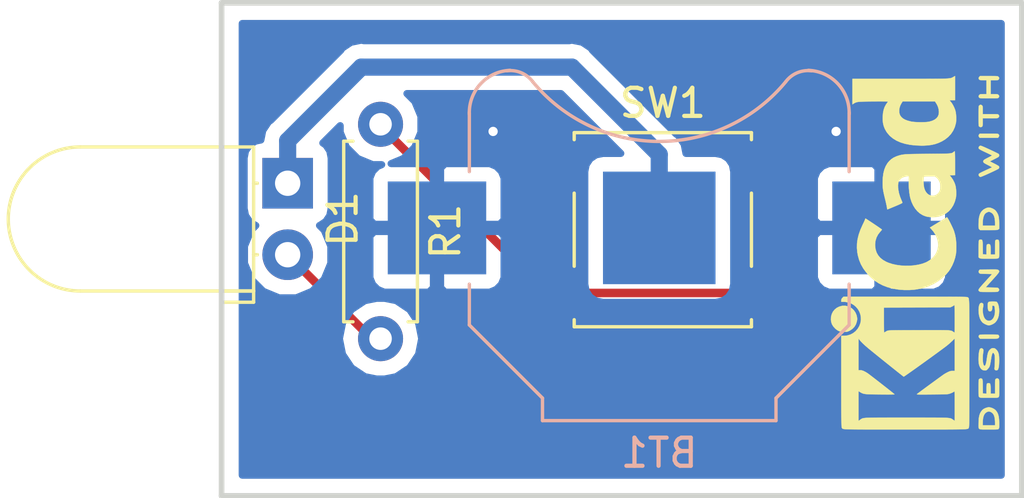
<source format=kicad_pcb>
(kicad_pcb (version 20171130) (host pcbnew "(5.0.0)")

  (general
    (thickness 1.6)
    (drawings 4)
    (tracks 18)
    (zones 0)
    (modules 5)
    (nets 5)
  )

  (page A4)
  (layers
    (0 F.Cu signal)
    (31 B.Cu signal)
    (32 B.Adhes user)
    (33 F.Adhes user)
    (34 B.Paste user)
    (35 F.Paste user)
    (36 B.SilkS user)
    (37 F.SilkS user)
    (38 B.Mask user)
    (39 F.Mask user)
    (40 Dwgs.User user hide)
    (41 Cmts.User user hide)
    (42 Eco1.User user)
    (43 Eco2.User user)
    (44 Edge.Cuts user)
    (45 Margin user)
    (46 B.CrtYd user)
    (47 F.CrtYd user)
    (48 B.Fab user hide)
    (49 F.Fab user hide)
  )

  (setup
    (last_trace_width 0.1524)
    (user_trace_width 0.3048)
    (user_trace_width 0.6096)
    (user_trace_width 1.2192)
    (trace_clearance 0.1524)
    (zone_clearance 0.508)
    (zone_45_only no)
    (trace_min 0.1524)
    (segment_width 0.2)
    (edge_width 0.15)
    (via_size 0.6858)
    (via_drill 0.3302)
    (via_min_size 0.6858)
    (via_min_drill 0.3302)
    (uvia_size 0.3)
    (uvia_drill 0.1)
    (uvias_allowed no)
    (uvia_min_size 0.2)
    (uvia_min_drill 0.1)
    (pcb_text_width 0.3)
    (pcb_text_size 1.5 1.5)
    (mod_edge_width 0.15)
    (mod_text_size 1 1)
    (mod_text_width 0.15)
    (pad_size 1.524 1.524)
    (pad_drill 0.762)
    (pad_to_mask_clearance 0.0508)
    (aux_axis_origin 0 0)
    (visible_elements 7FFFFF7F)
    (pcbplotparams
      (layerselection 0x010fc_ffffffff)
      (usegerberextensions false)
      (usegerberattributes false)
      (usegerberadvancedattributes false)
      (creategerberjobfile false)
      (excludeedgelayer true)
      (linewidth 0.076200)
      (plotframeref false)
      (viasonmask false)
      (mode 1)
      (useauxorigin false)
      (hpglpennumber 1)
      (hpglpenspeed 20)
      (hpglpendiameter 15.000000)
      (psnegative false)
      (psa4output false)
      (plotreference true)
      (plotvalue true)
      (plotinvisibletext false)
      (padsonsilk false)
      (subtractmaskfromsilk false)
      (outputformat 1)
      (mirror false)
      (drillshape 0)
      (scaleselection 1)
      (outputdirectory "Gerbers/"))
  )

  (net 0 "")
  (net 1 "Net-(BT1-Pad1)")
  (net 2 "Net-(BT1-Pad2)")
  (net 3 "Net-(D1-Pad2)")
  (net 4 "Net-(R1-Pad1)")

  (net_class Default "Dies ist die voreingestellte Netzklasse."
    (clearance 0.1524)
    (trace_width 0.1524)
    (via_dia 0.6858)
    (via_drill 0.3302)
    (uvia_dia 0.3)
    (uvia_drill 0.1)
    (add_net "Net-(BT1-Pad1)")
    (add_net "Net-(BT1-Pad2)")
    (add_net "Net-(D1-Pad2)")
    (add_net "Net-(R1-Pad1)")
  )

  (module Battery:BatteryHolder_Keystone_3000_1x12mm (layer B.Cu) (tedit 58972371) (tstamp 5B6CE5A1)
    (at 131.8895 42.545)
    (descr http://www.keyelco.com/product-pdf.cfm?p=777)
    (tags "Keystone type 3000 coin cell retainer")
    (path /5B6CAF94)
    (attr smd)
    (fp_text reference BT1 (at 0 8) (layer B.SilkS)
      (effects (font (size 1 1) (thickness 0.15)) (justify mirror))
    )
    (fp_text value "3V CR1220" (at 0 -7.5) (layer B.Fab)
      (effects (font (size 1 1) (thickness 0.15)) (justify mirror))
    )
    (fp_text user %R (at 0 0) (layer B.Fab)
      (effects (font (size 1 1) (thickness 0.15)) (justify mirror))
    )
    (fp_arc (start 0 0) (end 0 -6.75) (angle -36.6) (layer B.CrtYd) (width 0.05))
    (fp_arc (start 0.11 -9.15) (end 4.22 -5.65) (angle 3.1) (layer B.CrtYd) (width 0.05))
    (fp_arc (start 0.11 -9.15) (end -4.22 -5.65) (angle -3.1) (layer B.CrtYd) (width 0.05))
    (fp_arc (start 0 0) (end 0 -6.75) (angle 36.6) (layer B.CrtYd) (width 0.05))
    (fp_arc (start 5.25 -4.1) (end 5.3 -6.1) (angle 90) (layer B.CrtYd) (width 0.05))
    (fp_arc (start 5.29 -4.6) (end 4.22 -5.65) (angle 54.1) (layer B.CrtYd) (width 0.05))
    (fp_arc (start -5.29 -4.6) (end -4.22 -5.65) (angle -54.1) (layer B.CrtYd) (width 0.05))
    (fp_circle (center 0 0) (end 0 -6.25) (layer Dwgs.User) (width 0.15))
    (fp_arc (start 5.29 -4.6) (end 4.5 -5.2) (angle 60) (layer B.SilkS) (width 0.12))
    (fp_arc (start -5.29 -4.6) (end -4.5 -5.2) (angle -60) (layer B.SilkS) (width 0.12))
    (fp_arc (start 0 -8.9) (end -4.5 -5.2) (angle -101) (layer B.SilkS) (width 0.12))
    (fp_arc (start 5.29 -4.6) (end 4.6 -5.1) (angle 60) (layer B.Fab) (width 0.1))
    (fp_arc (start -5.29 -4.6) (end -4.6 -5.1) (angle -60) (layer B.Fab) (width 0.1))
    (fp_arc (start 0 -8.9) (end -4.6 -5.1) (angle -101) (layer B.Fab) (width 0.1))
    (fp_arc (start -5.25 -4.1) (end -5.3 -6.1) (angle -90) (layer B.CrtYd) (width 0.05))
    (fp_arc (start 5.25 -4.1) (end 5.3 -5.6) (angle 90) (layer B.SilkS) (width 0.12))
    (fp_arc (start -5.25 -4.1) (end -5.3 -5.6) (angle -90) (layer B.SilkS) (width 0.12))
    (fp_line (start -7.25 -2.15) (end -7.25 -4.1) (layer B.CrtYd) (width 0.05))
    (fp_line (start 7.25 -2.15) (end 7.25 -4.1) (layer B.CrtYd) (width 0.05))
    (fp_line (start 6.75 -2) (end 6.75 -4.1) (layer B.SilkS) (width 0.12))
    (fp_line (start -6.75 -2) (end -6.75 -4.1) (layer B.SilkS) (width 0.12))
    (fp_arc (start 5.25 -4.1) (end 5.3 -5.45) (angle 90) (layer B.Fab) (width 0.1))
    (fp_line (start 7.25 2.15) (end 7.25 3.8) (layer B.CrtYd) (width 0.05))
    (fp_line (start 7.25 3.8) (end 4.65 6.4) (layer B.CrtYd) (width 0.05))
    (fp_line (start 4.65 6.4) (end 4.65 7.35) (layer B.CrtYd) (width 0.05))
    (fp_line (start -4.65 7.35) (end 4.65 7.35) (layer B.CrtYd) (width 0.05))
    (fp_line (start -4.65 6.4) (end -4.65 7.35) (layer B.CrtYd) (width 0.05))
    (fp_line (start -7.25 3.8) (end -4.65 6.4) (layer B.CrtYd) (width 0.05))
    (fp_line (start -7.25 2.15) (end -7.25 3.8) (layer B.CrtYd) (width 0.05))
    (fp_line (start -6.75 2) (end -6.75 3.45) (layer B.SilkS) (width 0.12))
    (fp_line (start -6.75 3.45) (end -4.15 6.05) (layer B.SilkS) (width 0.12))
    (fp_line (start -4.15 6.05) (end -4.15 6.85) (layer B.SilkS) (width 0.12))
    (fp_line (start -4.15 6.85) (end 4.15 6.85) (layer B.SilkS) (width 0.12))
    (fp_line (start 4.15 6.85) (end 4.15 6.05) (layer B.SilkS) (width 0.12))
    (fp_line (start 4.15 6.05) (end 6.75 3.45) (layer B.SilkS) (width 0.12))
    (fp_line (start 6.75 3.45) (end 6.75 2) (layer B.SilkS) (width 0.12))
    (fp_line (start -7.25 2.15) (end -10.15 2.15) (layer B.CrtYd) (width 0.05))
    (fp_line (start -10.15 2.15) (end -10.15 -2.15) (layer B.CrtYd) (width 0.05))
    (fp_line (start -10.15 -2.15) (end -7.25 -2.15) (layer B.CrtYd) (width 0.05))
    (fp_line (start 7.25 2.15) (end 10.15 2.15) (layer B.CrtYd) (width 0.05))
    (fp_line (start 10.15 2.15) (end 10.15 -2.15) (layer B.CrtYd) (width 0.05))
    (fp_line (start 10.15 -2.15) (end 7.25 -2.15) (layer B.CrtYd) (width 0.05))
    (fp_arc (start -5.25 -4.1) (end -5.3 -5.45) (angle -90) (layer B.Fab) (width 0.1))
    (fp_line (start 6.6 3.4) (end 6.6 -4.1) (layer B.Fab) (width 0.1))
    (fp_line (start -6.6 3.4) (end -6.6 -4.1) (layer B.Fab) (width 0.1))
    (fp_line (start 4 6) (end 6.6 3.4) (layer B.Fab) (width 0.1))
    (fp_line (start -4 6) (end -6.6 3.4) (layer B.Fab) (width 0.1))
    (fp_line (start 4 6.7) (end 4 6) (layer B.Fab) (width 0.1))
    (fp_line (start -4 6.7) (end -4 6) (layer B.Fab) (width 0.1))
    (fp_line (start -4 6.7) (end 4 6.7) (layer B.Fab) (width 0.1))
    (pad 1 smd rect (at -7.9 0) (size 3.5 3.3) (layers B.Cu B.Paste B.Mask)
      (net 1 "Net-(BT1-Pad1)"))
    (pad 1 smd rect (at 7.9 0) (size 3.5 3.3) (layers B.Cu B.Paste B.Mask)
      (net 1 "Net-(BT1-Pad1)"))
    (pad 2 smd rect (at 0 0) (size 4 4) (layers B.Cu B.Mask)
      (net 2 "Net-(BT1-Pad2)"))
    (model ${KISYS3DMOD}/Battery.3dshapes/BatteryHolder_Keystone_3000_1x12mm.wrl
      (at (xyz 0 0 0))
      (scale (xyz 1 1 1))
      (rotate (xyz 0 0 0))
    )
  )

  (module LEDs:LED_D5.0mm_Horizontal_O1.27mm_Z3.0mm (layer F.Cu) (tedit 5880A862) (tstamp 5B6CE5CB)
    (at 118.6815 40.9575 270)
    (descr "LED, diameter 5.0mm z-position of LED center 3.0mm, 2 pins")
    (tags "LED diameter 5.0mm z-position of LED center 3.0mm 2 pins")
    (path /5B6CADED)
    (fp_text reference D1 (at 1.27 -1.96 270) (layer F.SilkS)
      (effects (font (size 1 1) (thickness 0.15)))
    )
    (fp_text value LED (at 1.27 10.93 270) (layer F.Fab)
      (effects (font (size 1 1) (thickness 0.15)))
    )
    (fp_line (start 4.5 -1.25) (end -1.95 -1.25) (layer F.CrtYd) (width 0.05))
    (fp_line (start 4.5 10.2) (end 4.5 -1.25) (layer F.CrtYd) (width 0.05))
    (fp_line (start -1.95 10.2) (end 4.5 10.2) (layer F.CrtYd) (width 0.05))
    (fp_line (start -1.95 -1.25) (end -1.95 10.2) (layer F.CrtYd) (width 0.05))
    (fp_line (start 2.54 1.08) (end 2.54 1.08) (layer F.SilkS) (width 0.12))
    (fp_line (start 2.54 1.21) (end 2.54 1.08) (layer F.SilkS) (width 0.12))
    (fp_line (start 2.54 1.21) (end 2.54 1.21) (layer F.SilkS) (width 0.12))
    (fp_line (start 2.54 1.08) (end 2.54 1.21) (layer F.SilkS) (width 0.12))
    (fp_line (start 0 1.08) (end 0 1.08) (layer F.SilkS) (width 0.12))
    (fp_line (start 0 1.21) (end 0 1.08) (layer F.SilkS) (width 0.12))
    (fp_line (start 0 1.21) (end 0 1.21) (layer F.SilkS) (width 0.12))
    (fp_line (start 0 1.08) (end 0 1.21) (layer F.SilkS) (width 0.12))
    (fp_line (start 3.83 1.21) (end 4.23 1.21) (layer F.SilkS) (width 0.12))
    (fp_line (start 3.83 2.33) (end 3.83 1.21) (layer F.SilkS) (width 0.12))
    (fp_line (start 4.23 2.33) (end 3.83 2.33) (layer F.SilkS) (width 0.12))
    (fp_line (start 4.23 1.21) (end 4.23 2.33) (layer F.SilkS) (width 0.12))
    (fp_line (start -1.29 1.21) (end 3.83 1.21) (layer F.SilkS) (width 0.12))
    (fp_line (start 3.83 1.21) (end 3.83 7.37) (layer F.SilkS) (width 0.12))
    (fp_line (start -1.29 1.21) (end -1.29 7.37) (layer F.SilkS) (width 0.12))
    (fp_line (start 2.54 0) (end 2.54 0) (layer F.Fab) (width 0.1))
    (fp_line (start 2.54 1.27) (end 2.54 0) (layer F.Fab) (width 0.1))
    (fp_line (start 2.54 1.27) (end 2.54 1.27) (layer F.Fab) (width 0.1))
    (fp_line (start 2.54 0) (end 2.54 1.27) (layer F.Fab) (width 0.1))
    (fp_line (start 0 0) (end 0 0) (layer F.Fab) (width 0.1))
    (fp_line (start 0 1.27) (end 0 0) (layer F.Fab) (width 0.1))
    (fp_line (start 0 1.27) (end 0 1.27) (layer F.Fab) (width 0.1))
    (fp_line (start 0 0) (end 0 1.27) (layer F.Fab) (width 0.1))
    (fp_line (start 3.77 1.27) (end 4.17 1.27) (layer F.Fab) (width 0.1))
    (fp_line (start 3.77 2.27) (end 3.77 1.27) (layer F.Fab) (width 0.1))
    (fp_line (start 4.17 2.27) (end 3.77 2.27) (layer F.Fab) (width 0.1))
    (fp_line (start 4.17 1.27) (end 4.17 2.27) (layer F.Fab) (width 0.1))
    (fp_line (start -1.23 1.27) (end 3.77 1.27) (layer F.Fab) (width 0.1))
    (fp_line (start 3.77 1.27) (end 3.77 7.37) (layer F.Fab) (width 0.1))
    (fp_line (start -1.23 1.27) (end -1.23 7.37) (layer F.Fab) (width 0.1))
    (fp_arc (start 1.27 7.37) (end -1.29 7.37) (angle -180) (layer F.SilkS) (width 0.12))
    (fp_arc (start 1.27 7.37) (end -1.23 7.37) (angle -180) (layer F.Fab) (width 0.1))
    (pad 2 thru_hole circle (at 2.54 0 270) (size 1.8 1.8) (drill 0.9) (layers *.Cu *.Mask)
      (net 3 "Net-(D1-Pad2)"))
    (pad 1 thru_hole rect (at 0 0 270) (size 1.8 1.8) (drill 0.9) (layers *.Cu *.Mask)
      (net 2 "Net-(BT1-Pad2)"))
    (model ${KISYS3DMOD}/LEDs.3dshapes/LED_D5.0mm_Horizontal_O1.27mm_Z3.0mm.wrl
      (at (xyz 0 0 0))
      (scale (xyz 0.393701 0.393701 0.393701))
      (rotate (xyz 0 0 0))
    )
  )

  (module Resistors_ThroughHole:R_Axial_DIN0207_L6.3mm_D2.5mm_P7.62mm_Horizontal (layer F.Cu) (tedit 5874F706) (tstamp 5B6CE5E1)
    (at 121.9835 38.862 270)
    (descr "Resistor, Axial_DIN0207 series, Axial, Horizontal, pin pitch=7.62mm, 0.25W = 1/4W, length*diameter=6.3*2.5mm^2, http://cdn-reichelt.de/documents/datenblatt/B400/1_4W%23YAG.pdf")
    (tags "Resistor Axial_DIN0207 series Axial Horizontal pin pitch 7.62mm 0.25W = 1/4W length 6.3mm diameter 2.5mm")
    (path /5B6CAE5E)
    (fp_text reference R1 (at 3.81 -2.31 270) (layer F.SilkS)
      (effects (font (size 1 1) (thickness 0.15)))
    )
    (fp_text value 100Ω (at 3.81 2.31 270) (layer F.Fab)
      (effects (font (size 1 1) (thickness 0.15)))
    )
    (fp_line (start 8.7 -1.6) (end -1.05 -1.6) (layer F.CrtYd) (width 0.05))
    (fp_line (start 8.7 1.6) (end 8.7 -1.6) (layer F.CrtYd) (width 0.05))
    (fp_line (start -1.05 1.6) (end 8.7 1.6) (layer F.CrtYd) (width 0.05))
    (fp_line (start -1.05 -1.6) (end -1.05 1.6) (layer F.CrtYd) (width 0.05))
    (fp_line (start 7.02 1.31) (end 7.02 0.98) (layer F.SilkS) (width 0.12))
    (fp_line (start 0.6 1.31) (end 7.02 1.31) (layer F.SilkS) (width 0.12))
    (fp_line (start 0.6 0.98) (end 0.6 1.31) (layer F.SilkS) (width 0.12))
    (fp_line (start 7.02 -1.31) (end 7.02 -0.98) (layer F.SilkS) (width 0.12))
    (fp_line (start 0.6 -1.31) (end 7.02 -1.31) (layer F.SilkS) (width 0.12))
    (fp_line (start 0.6 -0.98) (end 0.6 -1.31) (layer F.SilkS) (width 0.12))
    (fp_line (start 7.62 0) (end 6.96 0) (layer F.Fab) (width 0.1))
    (fp_line (start 0 0) (end 0.66 0) (layer F.Fab) (width 0.1))
    (fp_line (start 6.96 -1.25) (end 0.66 -1.25) (layer F.Fab) (width 0.1))
    (fp_line (start 6.96 1.25) (end 6.96 -1.25) (layer F.Fab) (width 0.1))
    (fp_line (start 0.66 1.25) (end 6.96 1.25) (layer F.Fab) (width 0.1))
    (fp_line (start 0.66 -1.25) (end 0.66 1.25) (layer F.Fab) (width 0.1))
    (pad 2 thru_hole oval (at 7.62 0 270) (size 1.6 1.6) (drill 0.8) (layers *.Cu *.Mask)
      (net 3 "Net-(D1-Pad2)"))
    (pad 1 thru_hole circle (at 0 0 270) (size 1.6 1.6) (drill 0.8) (layers *.Cu *.Mask)
      (net 4 "Net-(R1-Pad1)"))
    (model ${KISYS3DMOD}/Resistors_THT.3dshapes/R_Axial_DIN0207_L6.3mm_D2.5mm_P7.62mm_Horizontal.wrl
      (at (xyz 0 0 0))
      (scale (xyz 0.393701 0.393701 0.393701))
      (rotate (xyz 0 0 0))
    )
  )

  (module Buttons_Switches_SMD:SW_SPST_B3S-1000 (layer F.Cu) (tedit 58724047) (tstamp 5B6CE5FB)
    (at 132.0165 42.6085)
    (descr "Surface Mount Tactile Switch for High-Density Packaging")
    (tags "Tactile Switch")
    (path /5B6CAEFE)
    (attr smd)
    (fp_text reference SW1 (at 0 -4.5) (layer F.SilkS)
      (effects (font (size 1 1) (thickness 0.15)))
    )
    (fp_text value SW_SPST (at 0 4.5) (layer F.Fab)
      (effects (font (size 1 1) (thickness 0.15)))
    )
    (fp_line (start -3 3.3) (end -3 -3.3) (layer F.Fab) (width 0.1))
    (fp_line (start 3 3.3) (end -3 3.3) (layer F.Fab) (width 0.1))
    (fp_line (start 3 -3.3) (end 3 3.3) (layer F.Fab) (width 0.1))
    (fp_line (start -3 -3.3) (end 3 -3.3) (layer F.Fab) (width 0.1))
    (fp_circle (center 0 0) (end 1.65 0) (layer F.Fab) (width 0.1))
    (fp_line (start 3.15 -1.3) (end 3.15 1.3) (layer F.SilkS) (width 0.12))
    (fp_line (start -3.15 3.45) (end -3.15 3.2) (layer F.SilkS) (width 0.12))
    (fp_line (start 3.15 3.45) (end -3.15 3.45) (layer F.SilkS) (width 0.12))
    (fp_line (start 3.15 3.2) (end 3.15 3.45) (layer F.SilkS) (width 0.12))
    (fp_line (start -3.15 1.3) (end -3.15 -1.3) (layer F.SilkS) (width 0.12))
    (fp_line (start 3.15 -3.45) (end 3.15 -3.2) (layer F.SilkS) (width 0.12))
    (fp_line (start -3.15 -3.45) (end 3.15 -3.45) (layer F.SilkS) (width 0.12))
    (fp_line (start -3.15 -3.2) (end -3.15 -3.45) (layer F.SilkS) (width 0.12))
    (fp_line (start -5 -3.7) (end -5 3.7) (layer F.CrtYd) (width 0.05))
    (fp_line (start 5 -3.7) (end -5 -3.7) (layer F.CrtYd) (width 0.05))
    (fp_line (start 5 3.7) (end 5 -3.7) (layer F.CrtYd) (width 0.05))
    (fp_line (start -5 3.7) (end 5 3.7) (layer F.CrtYd) (width 0.05))
    (fp_text user %R (at 0 -4.5) (layer F.Fab)
      (effects (font (size 1 1) (thickness 0.15)))
    )
    (pad 2 smd rect (at 3.975 2.25) (size 1.55 1.3) (layers F.Cu F.Paste F.Mask)
      (net 4 "Net-(R1-Pad1)"))
    (pad 2 smd rect (at -3.975 2.25) (size 1.55 1.3) (layers F.Cu F.Paste F.Mask)
      (net 4 "Net-(R1-Pad1)"))
    (pad 1 smd rect (at 3.975 -2.25) (size 1.55 1.3) (layers F.Cu F.Paste F.Mask)
      (net 1 "Net-(BT1-Pad1)"))
    (pad 1 smd rect (at -3.975 -2.25) (size 1.55 1.3) (layers F.Cu F.Paste F.Mask)
      (net 1 "Net-(BT1-Pad1)"))
    (model ${KISYS3DMOD}/Buttons_Switches_SMD.3dshapes/SW_SPST_B3S-1000.wrl
      (at (xyz 0 0 0))
      (scale (xyz 1 1 1))
      (rotate (xyz 0 0 0))
    )
  )

  (module Symbols:KiCad-Logo2_6mm_SilkScreen (layer F.Cu) (tedit 0) (tstamp 5B6CF9BE)
    (at 140.97 43.434 90)
    (descr "KiCad Logo")
    (tags "Logo KiCad")
    (attr virtual)
    (fp_text reference REF*** (at 0 0 90) (layer F.SilkS) hide
      (effects (font (size 1 1) (thickness 0.15)))
    )
    (fp_text value KiCad-Logo2_6mm_SilkScreen (at 0.75 0 90) (layer F.Fab) hide
      (effects (font (size 1 1) (thickness 0.15)))
    )
    (fp_poly (pts (xy -6.121371 2.269066) (xy -6.081889 2.269467) (xy -5.9662 2.272259) (xy -5.869311 2.28055)
      (xy -5.787919 2.295232) (xy -5.718723 2.317193) (xy -5.65842 2.347322) (xy -5.603708 2.38651)
      (xy -5.584167 2.403532) (xy -5.55175 2.443363) (xy -5.52252 2.497413) (xy -5.499991 2.557323)
      (xy -5.487679 2.614739) (xy -5.4864 2.635956) (xy -5.494417 2.694769) (xy -5.515899 2.759013)
      (xy -5.546999 2.819821) (xy -5.583866 2.86833) (xy -5.589854 2.874182) (xy -5.640579 2.915321)
      (xy -5.696125 2.947435) (xy -5.759696 2.971365) (xy -5.834494 2.987953) (xy -5.923722 2.998041)
      (xy -6.030582 3.002469) (xy -6.079528 3.002845) (xy -6.141762 3.002545) (xy -6.185528 3.001292)
      (xy -6.214931 2.998554) (xy -6.234079 2.993801) (xy -6.247077 2.986501) (xy -6.254045 2.980267)
      (xy -6.260626 2.972694) (xy -6.265788 2.962924) (xy -6.269703 2.94834) (xy -6.272543 2.926326)
      (xy -6.27448 2.894264) (xy -6.275684 2.849536) (xy -6.276328 2.789526) (xy -6.276583 2.711617)
      (xy -6.276622 2.635956) (xy -6.27687 2.535041) (xy -6.276817 2.454427) (xy -6.275857 2.415822)
      (xy -6.129867 2.415822) (xy -6.129867 2.856089) (xy -6.036734 2.856004) (xy -5.980693 2.854396)
      (xy -5.921999 2.850256) (xy -5.873028 2.844464) (xy -5.871538 2.844226) (xy -5.792392 2.82509)
      (xy -5.731002 2.795287) (xy -5.684305 2.752878) (xy -5.654635 2.706961) (xy -5.636353 2.656026)
      (xy -5.637771 2.6082) (xy -5.658988 2.556933) (xy -5.700489 2.503899) (xy -5.757998 2.4646)
      (xy -5.83275 2.438331) (xy -5.882708 2.429035) (xy -5.939416 2.422507) (xy -5.999519 2.417782)
      (xy -6.050639 2.415817) (xy -6.053667 2.415808) (xy -6.129867 2.415822) (xy -6.275857 2.415822)
      (xy -6.27526 2.391851) (xy -6.270998 2.345055) (xy -6.26283 2.311778) (xy -6.249556 2.289759)
      (xy -6.229974 2.276739) (xy -6.202883 2.270457) (xy -6.167082 2.268653) (xy -6.121371 2.269066)) (layer F.SilkS) (width 0.01))
    (fp_poly (pts (xy -4.712794 2.269146) (xy -4.643386 2.269518) (xy -4.590997 2.270385) (xy -4.552847 2.271946)
      (xy -4.526159 2.274403) (xy -4.508153 2.277957) (xy -4.496049 2.28281) (xy -4.487069 2.289161)
      (xy -4.483818 2.292084) (xy -4.464043 2.323142) (xy -4.460482 2.358828) (xy -4.473491 2.39051)
      (xy -4.479506 2.396913) (xy -4.489235 2.403121) (xy -4.504901 2.40791) (xy -4.529408 2.411514)
      (xy -4.565661 2.414164) (xy -4.616565 2.416095) (xy -4.685026 2.417539) (xy -4.747617 2.418418)
      (xy -4.995334 2.421467) (xy -4.998719 2.486378) (xy -5.002105 2.551289) (xy -4.833958 2.551289)
      (xy -4.760959 2.551919) (xy -4.707517 2.554553) (xy -4.670628 2.560309) (xy -4.647288 2.570304)
      (xy -4.634494 2.585656) (xy -4.629242 2.607482) (xy -4.628445 2.627738) (xy -4.630923 2.652592)
      (xy -4.640277 2.670906) (xy -4.659383 2.683637) (xy -4.691118 2.691741) (xy -4.738359 2.696176)
      (xy -4.803983 2.697899) (xy -4.839801 2.698045) (xy -5.000978 2.698045) (xy -5.000978 2.856089)
      (xy -4.752622 2.856089) (xy -4.671213 2.856202) (xy -4.609342 2.856712) (xy -4.563968 2.85787)
      (xy -4.532054 2.85993) (xy -4.510559 2.863146) (xy -4.496443 2.867772) (xy -4.486668 2.874059)
      (xy -4.481689 2.878667) (xy -4.46461 2.90556) (xy -4.459111 2.929467) (xy -4.466963 2.958667)
      (xy -4.481689 2.980267) (xy -4.489546 2.987066) (xy -4.499688 2.992346) (xy -4.514844 2.996298)
      (xy -4.537741 2.999113) (xy -4.571109 3.000982) (xy -4.617675 3.002098) (xy -4.680167 3.002651)
      (xy -4.761314 3.002833) (xy -4.803422 3.002845) (xy -4.893598 3.002765) (xy -4.963924 3.002398)
      (xy -5.017129 3.001552) (xy -5.05594 3.000036) (xy -5.083087 2.997659) (xy -5.101298 2.994229)
      (xy -5.1133 2.989554) (xy -5.121822 2.983444) (xy -5.125156 2.980267) (xy -5.131755 2.97267)
      (xy -5.136927 2.96287) (xy -5.140846 2.948239) (xy -5.143684 2.926152) (xy -5.145615 2.893982)
      (xy -5.146812 2.849103) (xy -5.147448 2.788889) (xy -5.147697 2.710713) (xy -5.147734 2.637923)
      (xy -5.1477 2.544707) (xy -5.147465 2.471431) (xy -5.14683 2.415458) (xy -5.145594 2.374151)
      (xy -5.143556 2.344872) (xy -5.140517 2.324984) (xy -5.136277 2.31185) (xy -5.130635 2.302832)
      (xy -5.123391 2.295293) (xy -5.121606 2.293612) (xy -5.112945 2.286172) (xy -5.102882 2.280409)
      (xy -5.088625 2.276112) (xy -5.067383 2.273064) (xy -5.036364 2.271051) (xy -4.992777 2.26986)
      (xy -4.933831 2.269275) (xy -4.856734 2.269083) (xy -4.802001 2.269067) (xy -4.712794 2.269146)) (layer F.SilkS) (width 0.01))
    (fp_poly (pts (xy -3.691703 2.270351) (xy -3.616888 2.275581) (xy -3.547306 2.28375) (xy -3.487002 2.29455)
      (xy -3.44002 2.307673) (xy -3.410406 2.322813) (xy -3.40586 2.327269) (xy -3.390054 2.36185)
      (xy -3.394847 2.397351) (xy -3.419364 2.427725) (xy -3.420534 2.428596) (xy -3.434954 2.437954)
      (xy -3.450008 2.442876) (xy -3.471005 2.443473) (xy -3.503257 2.439861) (xy -3.552073 2.432154)
      (xy -3.556 2.431505) (xy -3.628739 2.422569) (xy -3.707217 2.418161) (xy -3.785927 2.418119)
      (xy -3.859361 2.422279) (xy -3.922011 2.430479) (xy -3.96837 2.442557) (xy -3.971416 2.443771)
      (xy -4.005048 2.462615) (xy -4.016864 2.481685) (xy -4.007614 2.500439) (xy -3.978047 2.518337)
      (xy -3.928911 2.534837) (xy -3.860957 2.549396) (xy -3.815645 2.556406) (xy -3.721456 2.569889)
      (xy -3.646544 2.582214) (xy -3.587717 2.594449) (xy -3.541785 2.607661) (xy -3.505555 2.622917)
      (xy -3.475838 2.641285) (xy -3.449442 2.663831) (xy -3.42823 2.685971) (xy -3.403065 2.716819)
      (xy -3.390681 2.743345) (xy -3.386808 2.776026) (xy -3.386667 2.787995) (xy -3.389576 2.827712)
      (xy -3.401202 2.857259) (xy -3.421323 2.883486) (xy -3.462216 2.923576) (xy -3.507817 2.954149)
      (xy -3.561513 2.976203) (xy -3.626692 2.990735) (xy -3.706744 2.998741) (xy -3.805057 3.001218)
      (xy -3.821289 3.001177) (xy -3.886849 2.999818) (xy -3.951866 2.99673) (xy -4.009252 2.992356)
      (xy -4.051922 2.98714) (xy -4.055372 2.986541) (xy -4.097796 2.976491) (xy -4.13378 2.963796)
      (xy -4.15415 2.95219) (xy -4.173107 2.921572) (xy -4.174427 2.885918) (xy -4.158085 2.854144)
      (xy -4.154429 2.850551) (xy -4.139315 2.839876) (xy -4.120415 2.835276) (xy -4.091162 2.836059)
      (xy -4.055651 2.840127) (xy -4.01597 2.843762) (xy -3.960345 2.846828) (xy -3.895406 2.849053)
      (xy -3.827785 2.850164) (xy -3.81 2.850237) (xy -3.742128 2.849964) (xy -3.692454 2.848646)
      (xy -3.65661 2.845827) (xy -3.630224 2.84105) (xy -3.608926 2.833857) (xy -3.596126 2.827867)
      (xy -3.568 2.811233) (xy -3.550068 2.796168) (xy -3.547447 2.791897) (xy -3.552976 2.774263)
      (xy -3.57926 2.757192) (xy -3.624478 2.741458) (xy -3.686808 2.727838) (xy -3.705171 2.724804)
      (xy -3.80109 2.709738) (xy -3.877641 2.697146) (xy -3.93778 2.686111) (xy -3.98446 2.67572)
      (xy -4.020637 2.665056) (xy -4.049265 2.653205) (xy -4.073298 2.639251) (xy -4.095692 2.622281)
      (xy -4.119402 2.601378) (xy -4.12738 2.594049) (xy -4.155353 2.566699) (xy -4.17016 2.545029)
      (xy -4.175952 2.520232) (xy -4.176889 2.488983) (xy -4.166575 2.427705) (xy -4.135752 2.37564)
      (xy -4.084595 2.332958) (xy -4.013283 2.299825) (xy -3.9624 2.284964) (xy -3.9071 2.275366)
      (xy -3.840853 2.269936) (xy -3.767706 2.268367) (xy -3.691703 2.270351)) (layer F.SilkS) (width 0.01))
    (fp_poly (pts (xy -2.923822 2.291645) (xy -2.917242 2.299218) (xy -2.912079 2.308987) (xy -2.908164 2.323571)
      (xy -2.905324 2.345585) (xy -2.903387 2.377648) (xy -2.902183 2.422375) (xy -2.901539 2.482385)
      (xy -2.901284 2.560294) (xy -2.901245 2.635956) (xy -2.901314 2.729802) (xy -2.901638 2.803689)
      (xy -2.902386 2.860232) (xy -2.903732 2.902049) (xy -2.905846 2.931757) (xy -2.9089 2.951973)
      (xy -2.913066 2.965314) (xy -2.918516 2.974398) (xy -2.923822 2.980267) (xy -2.956826 2.999947)
      (xy -2.991991 2.998181) (xy -3.023455 2.976717) (xy -3.030684 2.968337) (xy -3.036334 2.958614)
      (xy -3.040599 2.944861) (xy -3.043673 2.924389) (xy -3.045752 2.894512) (xy -3.04703 2.852541)
      (xy -3.047701 2.795789) (xy -3.047959 2.721567) (xy -3.048 2.637537) (xy -3.048 2.324485)
      (xy -3.020291 2.296776) (xy -2.986137 2.273463) (xy -2.953006 2.272623) (xy -2.923822 2.291645)) (layer F.SilkS) (width 0.01))
    (fp_poly (pts (xy -1.950081 2.274599) (xy -1.881565 2.286095) (xy -1.828943 2.303967) (xy -1.794708 2.327499)
      (xy -1.785379 2.340924) (xy -1.775893 2.372148) (xy -1.782277 2.400395) (xy -1.80243 2.427182)
      (xy -1.833745 2.439713) (xy -1.879183 2.438696) (xy -1.914326 2.431906) (xy -1.992419 2.418971)
      (xy -2.072226 2.417742) (xy -2.161555 2.428241) (xy -2.186229 2.43269) (xy -2.269291 2.456108)
      (xy -2.334273 2.490945) (xy -2.380461 2.536604) (xy -2.407145 2.592494) (xy -2.412663 2.621388)
      (xy -2.409051 2.680012) (xy -2.385729 2.731879) (xy -2.344824 2.775978) (xy -2.288459 2.811299)
      (xy -2.21876 2.836829) (xy -2.137852 2.851559) (xy -2.04786 2.854478) (xy -1.95091 2.844575)
      (xy -1.945436 2.843641) (xy -1.906875 2.836459) (xy -1.885494 2.829521) (xy -1.876227 2.819227)
      (xy -1.874006 2.801976) (xy -1.873956 2.792841) (xy -1.873956 2.754489) (xy -1.942431 2.754489)
      (xy -2.0029 2.750347) (xy -2.044165 2.737147) (xy -2.068175 2.71373) (xy -2.076877 2.678936)
      (xy -2.076983 2.674394) (xy -2.071892 2.644654) (xy -2.054433 2.623419) (xy -2.021939 2.609366)
      (xy -1.971743 2.601173) (xy -1.923123 2.598161) (xy -1.852456 2.596433) (xy -1.801198 2.59907)
      (xy -1.766239 2.6088) (xy -1.74447 2.628353) (xy -1.73278 2.660456) (xy -1.72806 2.707838)
      (xy -1.7272 2.770071) (xy -1.728609 2.839535) (xy -1.732848 2.886786) (xy -1.739936 2.912012)
      (xy -1.741311 2.913988) (xy -1.780228 2.945508) (xy -1.837286 2.97047) (xy -1.908869 2.98834)
      (xy -1.991358 2.998586) (xy -2.081139 3.000673) (xy -2.174592 2.994068) (xy -2.229556 2.985956)
      (xy -2.315766 2.961554) (xy -2.395892 2.921662) (xy -2.462977 2.869887) (xy -2.473173 2.859539)
      (xy -2.506302 2.816035) (xy -2.536194 2.762118) (xy -2.559357 2.705592) (xy -2.572298 2.654259)
      (xy -2.573858 2.634544) (xy -2.567218 2.593419) (xy -2.549568 2.542252) (xy -2.524297 2.488394)
      (xy -2.494789 2.439195) (xy -2.468719 2.406334) (xy -2.407765 2.357452) (xy -2.328969 2.318545)
      (xy -2.235157 2.290494) (xy -2.12915 2.274179) (xy -2.032 2.270192) (xy -1.950081 2.274599)) (layer F.SilkS) (width 0.01))
    (fp_poly (pts (xy -1.300114 2.273448) (xy -1.276548 2.287273) (xy -1.245735 2.309881) (xy -1.206078 2.342338)
      (xy -1.15598 2.385708) (xy -1.093843 2.441058) (xy -1.018072 2.509451) (xy -0.931334 2.588084)
      (xy -0.750711 2.751878) (xy -0.745067 2.532029) (xy -0.743029 2.456351) (xy -0.741063 2.399994)
      (xy -0.738734 2.359706) (xy -0.735606 2.332235) (xy -0.731245 2.314329) (xy -0.725216 2.302737)
      (xy -0.717084 2.294208) (xy -0.712772 2.290623) (xy -0.678241 2.27167) (xy -0.645383 2.274441)
      (xy -0.619318 2.290633) (xy -0.592667 2.312199) (xy -0.589352 2.627151) (xy -0.588435 2.719779)
      (xy -0.587968 2.792544) (xy -0.588113 2.848161) (xy -0.589032 2.889342) (xy -0.590887 2.918803)
      (xy -0.593839 2.939255) (xy -0.59805 2.953413) (xy -0.603682 2.963991) (xy -0.609927 2.972474)
      (xy -0.623439 2.988207) (xy -0.636883 2.998636) (xy -0.652124 3.002639) (xy -0.671026 2.999094)
      (xy -0.695455 2.986879) (xy -0.727273 2.964871) (xy -0.768348 2.931949) (xy -0.820542 2.886991)
      (xy -0.885722 2.828875) (xy -0.959556 2.762099) (xy -1.224845 2.521458) (xy -1.230489 2.740589)
      (xy -1.232531 2.816128) (xy -1.234502 2.872354) (xy -1.236839 2.912524) (xy -1.239981 2.939896)
      (xy -1.244364 2.957728) (xy -1.250424 2.969279) (xy -1.2586 2.977807) (xy -1.262784 2.981282)
      (xy -1.299765 3.000372) (xy -1.334708 2.997493) (xy -1.365136 2.9731) (xy -1.372097 2.963286)
      (xy -1.377523 2.951826) (xy -1.381603 2.935968) (xy -1.384529 2.912963) (xy -1.386492 2.880062)
      (xy -1.387683 2.834516) (xy -1.388292 2.773573) (xy -1.388511 2.694486) (xy -1.388534 2.635956)
      (xy -1.38846 2.544407) (xy -1.388113 2.472687) (xy -1.387301 2.418045) (xy -1.385833 2.377732)
      (xy -1.383519 2.348998) (xy -1.380167 2.329093) (xy -1.375588 2.315268) (xy -1.369589 2.304772)
      (xy -1.365136 2.298811) (xy -1.35385 2.284691) (xy -1.343301 2.274029) (xy -1.331893 2.267892)
      (xy -1.31803 2.267343) (xy -1.300114 2.273448)) (layer F.SilkS) (width 0.01))
    (fp_poly (pts (xy 0.230343 2.26926) (xy 0.306701 2.270174) (xy 0.365217 2.272311) (xy 0.408255 2.276175)
      (xy 0.438183 2.282267) (xy 0.457368 2.29109) (xy 0.468176 2.303146) (xy 0.472973 2.318939)
      (xy 0.474127 2.33897) (xy 0.474133 2.341335) (xy 0.473131 2.363992) (xy 0.468396 2.381503)
      (xy 0.457333 2.394574) (xy 0.437348 2.403913) (xy 0.405846 2.410227) (xy 0.360232 2.414222)
      (xy 0.297913 2.416606) (xy 0.216293 2.418086) (xy 0.191277 2.418414) (xy -0.0508 2.421467)
      (xy -0.054186 2.486378) (xy -0.057571 2.551289) (xy 0.110576 2.551289) (xy 0.176266 2.551531)
      (xy 0.223172 2.552556) (xy 0.255083 2.554811) (xy 0.275791 2.558742) (xy 0.289084 2.564798)
      (xy 0.298755 2.573424) (xy 0.298817 2.573493) (xy 0.316356 2.607112) (xy 0.315722 2.643448)
      (xy 0.297314 2.674423) (xy 0.293671 2.677607) (xy 0.280741 2.685812) (xy 0.263024 2.691521)
      (xy 0.23657 2.695162) (xy 0.197432 2.697167) (xy 0.141662 2.697964) (xy 0.105994 2.698045)
      (xy -0.056445 2.698045) (xy -0.056445 2.856089) (xy 0.190161 2.856089) (xy 0.27158 2.856231)
      (xy 0.33341 2.856814) (xy 0.378637 2.858068) (xy 0.410248 2.860227) (xy 0.431231 2.863523)
      (xy 0.444573 2.868189) (xy 0.453261 2.874457) (xy 0.45545 2.876733) (xy 0.471614 2.90828)
      (xy 0.472797 2.944168) (xy 0.459536 2.975285) (xy 0.449043 2.985271) (xy 0.438129 2.990769)
      (xy 0.421217 2.995022) (xy 0.395633 2.99818) (xy 0.358701 3.000392) (xy 0.307746 3.001806)
      (xy 0.240094 3.002572) (xy 0.153069 3.002838) (xy 0.133394 3.002845) (xy 0.044911 3.002787)
      (xy -0.023773 3.002467) (xy -0.075436 3.001667) (xy -0.112855 3.000167) (xy -0.13881 2.997749)
      (xy -0.156078 2.994194) (xy -0.167438 2.989282) (xy -0.175668 2.982795) (xy -0.180183 2.978138)
      (xy -0.186979 2.969889) (xy -0.192288 2.959669) (xy -0.196294 2.9448) (xy -0.199179 2.922602)
      (xy -0.201126 2.890393) (xy -0.202319 2.845496) (xy -0.202939 2.785228) (xy -0.203171 2.706911)
      (xy -0.2032 2.640994) (xy -0.203129 2.548628) (xy -0.202792 2.476117) (xy -0.202002 2.420737)
      (xy -0.200574 2.379765) (xy -0.198321 2.350478) (xy -0.195057 2.330153) (xy -0.190596 2.316066)
      (xy -0.184752 2.305495) (xy -0.179803 2.298811) (xy -0.156406 2.269067) (xy 0.133774 2.269067)
      (xy 0.230343 2.26926)) (layer F.SilkS) (width 0.01))
    (fp_poly (pts (xy 1.018309 2.269275) (xy 1.147288 2.273636) (xy 1.256991 2.286861) (xy 1.349226 2.309741)
      (xy 1.425802 2.34307) (xy 1.488527 2.387638) (xy 1.539212 2.444236) (xy 1.579663 2.513658)
      (xy 1.580459 2.515351) (xy 1.604601 2.577483) (xy 1.613203 2.632509) (xy 1.606231 2.687887)
      (xy 1.583654 2.751073) (xy 1.579372 2.760689) (xy 1.550172 2.816966) (xy 1.517356 2.860451)
      (xy 1.475002 2.897417) (xy 1.41719 2.934135) (xy 1.413831 2.936052) (xy 1.363504 2.960227)
      (xy 1.306621 2.978282) (xy 1.239527 2.990839) (xy 1.158565 2.998522) (xy 1.060082 3.001953)
      (xy 1.025286 3.002251) (xy 0.859594 3.002845) (xy 0.836197 2.9731) (xy 0.829257 2.963319)
      (xy 0.823842 2.951897) (xy 0.819765 2.936095) (xy 0.816837 2.913175) (xy 0.814867 2.880396)
      (xy 0.814225 2.856089) (xy 0.970844 2.856089) (xy 1.064726 2.856089) (xy 1.119664 2.854483)
      (xy 1.17606 2.850255) (xy 1.222345 2.844292) (xy 1.225139 2.84379) (xy 1.307348 2.821736)
      (xy 1.371114 2.7886) (xy 1.418452 2.742847) (xy 1.451382 2.682939) (xy 1.457108 2.667061)
      (xy 1.462721 2.642333) (xy 1.460291 2.617902) (xy 1.448467 2.5854) (xy 1.44134 2.569434)
      (xy 1.418 2.527006) (xy 1.38988 2.49724) (xy 1.35894 2.476511) (xy 1.296966 2.449537)
      (xy 1.217651 2.429998) (xy 1.125253 2.418746) (xy 1.058333 2.41627) (xy 0.970844 2.415822)
      (xy 0.970844 2.856089) (xy 0.814225 2.856089) (xy 0.813668 2.835021) (xy 0.81305 2.774311)
      (xy 0.812825 2.695526) (xy 0.8128 2.63392) (xy 0.8128 2.324485) (xy 0.840509 2.296776)
      (xy 0.852806 2.285544) (xy 0.866103 2.277853) (xy 0.884672 2.27304) (xy 0.912786 2.270446)
      (xy 0.954717 2.26941) (xy 1.014737 2.26927) (xy 1.018309 2.269275)) (layer F.SilkS) (width 0.01))
    (fp_poly (pts (xy 3.744665 2.271034) (xy 3.764255 2.278035) (xy 3.76501 2.278377) (xy 3.791613 2.298678)
      (xy 3.80627 2.319561) (xy 3.809138 2.329352) (xy 3.808996 2.342361) (xy 3.804961 2.360895)
      (xy 3.796146 2.387257) (xy 3.781669 2.423752) (xy 3.760645 2.472687) (xy 3.732188 2.536365)
      (xy 3.695415 2.617093) (xy 3.675175 2.661216) (xy 3.638625 2.739985) (xy 3.604315 2.812423)
      (xy 3.573552 2.87588) (xy 3.547648 2.927708) (xy 3.52791 2.965259) (xy 3.51565 2.985884)
      (xy 3.513224 2.988733) (xy 3.482183 3.001302) (xy 3.447121 2.999619) (xy 3.419 2.984332)
      (xy 3.417854 2.983089) (xy 3.406668 2.966154) (xy 3.387904 2.93317) (xy 3.363875 2.88838)
      (xy 3.336897 2.836032) (xy 3.327201 2.816742) (xy 3.254014 2.67015) (xy 3.17424 2.829393)
      (xy 3.145767 2.884415) (xy 3.11935 2.932132) (xy 3.097148 2.968893) (xy 3.081319 2.991044)
      (xy 3.075954 2.995741) (xy 3.034257 3.002102) (xy 2.999849 2.988733) (xy 2.989728 2.974446)
      (xy 2.972214 2.942692) (xy 2.948735 2.896597) (xy 2.92072 2.839285) (xy 2.889599 2.77388)
      (xy 2.856799 2.703507) (xy 2.82375 2.631291) (xy 2.791881 2.560355) (xy 2.762619 2.493825)
      (xy 2.737395 2.434826) (xy 2.717636 2.386481) (xy 2.704772 2.351915) (xy 2.700231 2.334253)
      (xy 2.700277 2.333613) (xy 2.711326 2.311388) (xy 2.73341 2.288753) (xy 2.73471 2.287768)
      (xy 2.761853 2.272425) (xy 2.786958 2.272574) (xy 2.796368 2.275466) (xy 2.807834 2.281718)
      (xy 2.82001 2.294014) (xy 2.834357 2.314908) (xy 2.852336 2.346949) (xy 2.875407 2.392688)
      (xy 2.90503 2.454677) (xy 2.931745 2.511898) (xy 2.96248 2.578226) (xy 2.990021 2.637874)
      (xy 3.012938 2.687725) (xy 3.029798 2.724664) (xy 3.039173 2.745573) (xy 3.04054 2.748845)
      (xy 3.046689 2.743497) (xy 3.060822 2.721109) (xy 3.081057 2.684946) (xy 3.105515 2.638277)
      (xy 3.115248 2.619022) (xy 3.148217 2.554004) (xy 3.173643 2.506654) (xy 3.193612 2.474219)
      (xy 3.21021 2.453946) (xy 3.225524 2.443082) (xy 3.24164 2.438875) (xy 3.252143 2.4384)
      (xy 3.27067 2.440042) (xy 3.286904 2.446831) (xy 3.303035 2.461566) (xy 3.321251 2.487044)
      (xy 3.343739 2.526061) (xy 3.372689 2.581414) (xy 3.388662 2.612903) (xy 3.41457 2.663087)
      (xy 3.437167 2.704704) (xy 3.454458 2.734242) (xy 3.46445 2.748189) (xy 3.465809 2.74877)
      (xy 3.472261 2.737793) (xy 3.486708 2.70929) (xy 3.507703 2.666244) (xy 3.533797 2.611638)
      (xy 3.563546 2.548454) (xy 3.57818 2.517071) (xy 3.61625 2.436078) (xy 3.646905 2.373756)
      (xy 3.671737 2.328071) (xy 3.692337 2.296989) (xy 3.710298 2.278478) (xy 3.72721 2.270504)
      (xy 3.744665 2.271034)) (layer F.SilkS) (width 0.01))
    (fp_poly (pts (xy 4.188614 2.275877) (xy 4.212327 2.290647) (xy 4.238978 2.312227) (xy 4.238978 2.633773)
      (xy 4.238893 2.72783) (xy 4.238529 2.801932) (xy 4.237724 2.858704) (xy 4.236313 2.900768)
      (xy 4.234133 2.930748) (xy 4.231021 2.951267) (xy 4.226814 2.964949) (xy 4.221348 2.974416)
      (xy 4.217472 2.979082) (xy 4.186034 2.999575) (xy 4.150233 2.998739) (xy 4.118873 2.981264)
      (xy 4.092222 2.959684) (xy 4.092222 2.312227) (xy 4.118873 2.290647) (xy 4.144594 2.274949)
      (xy 4.1656 2.269067) (xy 4.188614 2.275877)) (layer F.SilkS) (width 0.01))
    (fp_poly (pts (xy 4.963065 2.269163) (xy 5.041772 2.269542) (xy 5.102863 2.270333) (xy 5.148817 2.27167)
      (xy 5.182114 2.273683) (xy 5.205236 2.276506) (xy 5.220662 2.280269) (xy 5.230871 2.285105)
      (xy 5.235813 2.288822) (xy 5.261457 2.321358) (xy 5.264559 2.355138) (xy 5.248711 2.385826)
      (xy 5.238348 2.398089) (xy 5.227196 2.40645) (xy 5.211035 2.411657) (xy 5.185642 2.414457)
      (xy 5.146798 2.415596) (xy 5.09028 2.415821) (xy 5.07918 2.415822) (xy 4.933244 2.415822)
      (xy 4.933244 2.686756) (xy 4.933148 2.772154) (xy 4.932711 2.837864) (xy 4.931712 2.886774)
      (xy 4.929928 2.921773) (xy 4.927137 2.945749) (xy 4.923117 2.961593) (xy 4.917645 2.972191)
      (xy 4.910666 2.980267) (xy 4.877734 3.000112) (xy 4.843354 2.998548) (xy 4.812176 2.975906)
      (xy 4.809886 2.9731) (xy 4.802429 2.962492) (xy 4.796747 2.950081) (xy 4.792601 2.93285)
      (xy 4.78975 2.907784) (xy 4.787954 2.871867) (xy 4.786972 2.822083) (xy 4.786564 2.755417)
      (xy 4.786489 2.679589) (xy 4.786489 2.415822) (xy 4.647127 2.415822) (xy 4.587322 2.415418)
      (xy 4.545918 2.41384) (xy 4.518748 2.410547) (xy 4.501646 2.404992) (xy 4.490443 2.396631)
      (xy 4.489083 2.395178) (xy 4.472725 2.361939) (xy 4.474172 2.324362) (xy 4.492978 2.291645)
      (xy 4.50025 2.285298) (xy 4.509627 2.280266) (xy 4.523609 2.276396) (xy 4.544696 2.273537)
      (xy 4.575389 2.271535) (xy 4.618189 2.270239) (xy 4.675595 2.269498) (xy 4.75011 2.269158)
      (xy 4.844233 2.269068) (xy 4.86426 2.269067) (xy 4.963065 2.269163)) (layer F.SilkS) (width 0.01))
    (fp_poly (pts (xy 6.228823 2.274533) (xy 6.260202 2.296776) (xy 6.287911 2.324485) (xy 6.287911 2.63392)
      (xy 6.287838 2.725799) (xy 6.287495 2.79784) (xy 6.286692 2.85278) (xy 6.285241 2.89336)
      (xy 6.282952 2.922317) (xy 6.279636 2.942391) (xy 6.275105 2.956321) (xy 6.269169 2.966845)
      (xy 6.264514 2.9731) (xy 6.233783 2.997673) (xy 6.198496 3.000341) (xy 6.166245 2.985271)
      (xy 6.155588 2.976374) (xy 6.148464 2.964557) (xy 6.144167 2.945526) (xy 6.141991 2.914992)
      (xy 6.141228 2.868662) (xy 6.141155 2.832871) (xy 6.141155 2.698045) (xy 5.644444 2.698045)
      (xy 5.644444 2.8207) (xy 5.643931 2.876787) (xy 5.641876 2.915333) (xy 5.637508 2.941361)
      (xy 5.630056 2.959897) (xy 5.621047 2.9731) (xy 5.590144 2.997604) (xy 5.555196 3.000506)
      (xy 5.521738 2.983089) (xy 5.512604 2.973959) (xy 5.506152 2.961855) (xy 5.501897 2.943001)
      (xy 5.499352 2.91362) (xy 5.498029 2.869937) (xy 5.497443 2.808175) (xy 5.497375 2.794)
      (xy 5.496891 2.677631) (xy 5.496641 2.581727) (xy 5.496723 2.504177) (xy 5.497231 2.442869)
      (xy 5.498262 2.39569) (xy 5.499913 2.36053) (xy 5.502279 2.335276) (xy 5.505457 2.317817)
      (xy 5.509544 2.306041) (xy 5.514634 2.297835) (xy 5.520266 2.291645) (xy 5.552128 2.271844)
      (xy 5.585357 2.274533) (xy 5.616735 2.296776) (xy 5.629433 2.311126) (xy 5.637526 2.326978)
      (xy 5.642042 2.349554) (xy 5.644006 2.384078) (xy 5.644444 2.435776) (xy 5.644444 2.551289)
      (xy 6.141155 2.551289) (xy 6.141155 2.432756) (xy 6.141662 2.378148) (xy 6.143698 2.341275)
      (xy 6.148035 2.317307) (xy 6.155447 2.301415) (xy 6.163733 2.291645) (xy 6.195594 2.271844)
      (xy 6.228823 2.274533)) (layer F.SilkS) (width 0.01))
    (fp_poly (pts (xy -2.9464 -2.510946) (xy -2.935535 -2.397007) (xy -2.903918 -2.289384) (xy -2.853015 -2.190385)
      (xy -2.784293 -2.102316) (xy -2.699219 -2.027484) (xy -2.602232 -1.969616) (xy -2.495964 -1.929995)
      (xy -2.38895 -1.911427) (xy -2.2833 -1.912566) (xy -2.181125 -1.93207) (xy -2.084534 -1.968594)
      (xy -1.995638 -2.020795) (xy -1.916546 -2.087327) (xy -1.849369 -2.166848) (xy -1.796217 -2.258013)
      (xy -1.759199 -2.359477) (xy -1.740427 -2.469898) (xy -1.738489 -2.519794) (xy -1.738489 -2.607733)
      (xy -1.68656 -2.607733) (xy -1.650253 -2.604889) (xy -1.623355 -2.593089) (xy -1.596249 -2.569351)
      (xy -1.557867 -2.530969) (xy -1.557867 -0.339398) (xy -1.557876 -0.077261) (xy -1.557908 0.163241)
      (xy -1.557972 0.383048) (xy -1.558076 0.583101) (xy -1.558227 0.764344) (xy -1.558434 0.927716)
      (xy -1.558706 1.07416) (xy -1.55905 1.204617) (xy -1.559474 1.320029) (xy -1.559987 1.421338)
      (xy -1.560597 1.509484) (xy -1.561312 1.58541) (xy -1.56214 1.650057) (xy -1.563089 1.704367)
      (xy -1.564167 1.74928) (xy -1.565383 1.78574) (xy -1.566745 1.814687) (xy -1.568261 1.837063)
      (xy -1.569938 1.853809) (xy -1.571786 1.865868) (xy -1.573813 1.87418) (xy -1.576025 1.879687)
      (xy -1.577108 1.881537) (xy -1.581271 1.888549) (xy -1.584805 1.894996) (xy -1.588635 1.9009)
      (xy -1.593682 1.906286) (xy -1.600871 1.911178) (xy -1.611123 1.915598) (xy -1.625364 1.919572)
      (xy -1.644514 1.923121) (xy -1.669499 1.92627) (xy -1.70124 1.929042) (xy -1.740662 1.931461)
      (xy -1.788686 1.933551) (xy -1.846237 1.935335) (xy -1.914237 1.936837) (xy -1.99361 1.93808)
      (xy -2.085279 1.939089) (xy -2.190166 1.939885) (xy -2.309196 1.940494) (xy -2.44329 1.940939)
      (xy -2.593373 1.941243) (xy -2.760367 1.94143) (xy -2.945196 1.941524) (xy -3.148783 1.941548)
      (xy -3.37205 1.941525) (xy -3.615922 1.94148) (xy -3.881321 1.941437) (xy -3.919704 1.941432)
      (xy -4.186682 1.941389) (xy -4.432002 1.941318) (xy -4.656583 1.941213) (xy -4.861345 1.941066)
      (xy -5.047206 1.940869) (xy -5.215088 1.940616) (xy -5.365908 1.9403) (xy -5.500587 1.939913)
      (xy -5.620044 1.939447) (xy -5.725199 1.938897) (xy -5.816971 1.938253) (xy -5.896279 1.937511)
      (xy -5.964043 1.936661) (xy -6.021182 1.935697) (xy -6.068617 1.934611) (xy -6.107266 1.933397)
      (xy -6.138049 1.932047) (xy -6.161885 1.930555) (xy -6.179694 1.928911) (xy -6.192395 1.927111)
      (xy -6.200908 1.925145) (xy -6.205266 1.923477) (xy -6.213728 1.919906) (xy -6.221497 1.91727)
      (xy -6.228602 1.914634) (xy -6.235073 1.911062) (xy -6.240939 1.905621) (xy -6.246229 1.897375)
      (xy -6.250974 1.88539) (xy -6.255202 1.868731) (xy -6.258943 1.846463) (xy -6.262227 1.817652)
      (xy -6.265083 1.781363) (xy -6.26754 1.736661) (xy -6.269629 1.682611) (xy -6.271378 1.618279)
      (xy -6.272817 1.54273) (xy -6.273976 1.45503) (xy -6.274883 1.354243) (xy -6.275569 1.239434)
      (xy -6.276063 1.10967) (xy -6.276395 0.964015) (xy -6.276593 0.801535) (xy -6.276687 0.621295)
      (xy -6.276708 0.42236) (xy -6.276685 0.203796) (xy -6.276646 -0.035332) (xy -6.276622 -0.29596)
      (xy -6.276622 -0.338111) (xy -6.276636 -0.601008) (xy -6.276661 -0.842268) (xy -6.276671 -1.062835)
      (xy -6.276642 -1.263648) (xy -6.276548 -1.445651) (xy -6.276362 -1.609784) (xy -6.276059 -1.756989)
      (xy -6.275614 -1.888208) (xy -6.275034 -1.998133) (xy -5.972197 -1.998133) (xy -5.932407 -1.940289)
      (xy -5.921236 -1.924521) (xy -5.911166 -1.910559) (xy -5.902138 -1.897216) (xy -5.894097 -1.883307)
      (xy -5.886986 -1.867644) (xy -5.880747 -1.849042) (xy -5.875325 -1.826314) (xy -5.870662 -1.798273)
      (xy -5.866701 -1.763733) (xy -5.863385 -1.721508) (xy -5.860659 -1.670411) (xy -5.858464 -1.609256)
      (xy -5.856745 -1.536856) (xy -5.855444 -1.452025) (xy -5.854505 -1.353578) (xy -5.85387 -1.240326)
      (xy -5.853484 -1.111084) (xy -5.853288 -0.964666) (xy -5.853227 -0.799884) (xy -5.853243 -0.615553)
      (xy -5.85328 -0.410487) (xy -5.853289 -0.287867) (xy -5.853265 -0.070918) (xy -5.853231 0.124642)
      (xy -5.853243 0.299999) (xy -5.853358 0.456341) (xy -5.85363 0.594857) (xy -5.854118 0.716734)
      (xy -5.854876 0.82316) (xy -5.855962 0.915322) (xy -5.857431 0.994409) (xy -5.85934 1.061608)
      (xy -5.861744 1.118107) (xy -5.864701 1.165093) (xy -5.868266 1.203755) (xy -5.872495 1.23528)
      (xy -5.877446 1.260855) (xy -5.883173 1.28167) (xy -5.889733 1.298911) (xy -5.897183 1.313765)
      (xy -5.905579 1.327422) (xy -5.914976 1.341069) (xy -5.925432 1.355893) (xy -5.931523 1.364783)
      (xy -5.970296 1.4224) (xy -5.438732 1.4224) (xy -5.315483 1.422365) (xy -5.212987 1.422215)
      (xy -5.12942 1.421878) (xy -5.062956 1.421286) (xy -5.011771 1.420367) (xy -4.974041 1.419051)
      (xy -4.94794 1.417269) (xy -4.931644 1.414951) (xy -4.923328 1.412026) (xy -4.921168 1.408424)
      (xy -4.923339 1.404075) (xy -4.924535 1.402645) (xy -4.949685 1.365573) (xy -4.975583 1.312772)
      (xy -4.999192 1.25077) (xy -5.007461 1.224357) (xy -5.012078 1.206416) (xy -5.015979 1.185355)
      (xy -5.019248 1.159089) (xy -5.021966 1.125532) (xy -5.024215 1.082599) (xy -5.026077 1.028204)
      (xy -5.027636 0.960262) (xy -5.028972 0.876688) (xy -5.030169 0.775395) (xy -5.031308 0.6543)
      (xy -5.031685 0.6096) (xy -5.032702 0.484449) (xy -5.03346 0.380082) (xy -5.033903 0.294707)
      (xy -5.03397 0.226533) (xy -5.033605 0.173765) (xy -5.032748 0.134614) (xy -5.031341 0.107285)
      (xy -5.029325 0.089986) (xy -5.026643 0.080926) (xy -5.023236 0.078312) (xy -5.019044 0.080351)
      (xy -5.014571 0.084667) (xy -5.004216 0.097602) (xy -4.982158 0.126676) (xy -4.949957 0.169759)
      (xy -4.909174 0.224718) (xy -4.86137 0.289423) (xy -4.808105 0.361742) (xy -4.75094 0.439544)
      (xy -4.691437 0.520698) (xy -4.631155 0.603072) (xy -4.571655 0.684536) (xy -4.514498 0.762957)
      (xy -4.461245 0.836204) (xy -4.413457 0.902147) (xy -4.372693 0.958654) (xy -4.340516 1.003593)
      (xy -4.318485 1.034834) (xy -4.313917 1.041466) (xy -4.290996 1.078369) (xy -4.264188 1.126359)
      (xy -4.238789 1.175897) (xy -4.235568 1.182577) (xy -4.21389 1.230772) (xy -4.201304 1.268334)
      (xy -4.195574 1.30416) (xy -4.194456 1.3462) (xy -4.19509 1.4224) (xy -3.040651 1.4224)
      (xy -3.131815 1.328669) (xy -3.178612 1.278775) (xy -3.228899 1.222295) (xy -3.274944 1.168026)
      (xy -3.295369 1.142673) (xy -3.325807 1.103128) (xy -3.365862 1.049916) (xy -3.414361 0.984667)
      (xy -3.470135 0.909011) (xy -3.532011 0.824577) (xy -3.598819 0.732994) (xy -3.669387 0.635892)
      (xy -3.742545 0.534901) (xy -3.817121 0.43165) (xy -3.891944 0.327768) (xy -3.965843 0.224885)
      (xy -4.037646 0.124631) (xy -4.106184 0.028636) (xy -4.170284 -0.061473) (xy -4.228775 -0.144064)
      (xy -4.280486 -0.217508) (xy -4.324247 -0.280176) (xy -4.358885 -0.330439) (xy -4.38323 -0.366666)
      (xy -4.396111 -0.387229) (xy -4.397869 -0.391332) (xy -4.38991 -0.402658) (xy -4.369115 -0.429838)
      (xy -4.336847 -0.471171) (xy -4.29447 -0.524956) (xy -4.243347 -0.589494) (xy -4.184841 -0.663082)
      (xy -4.120314 -0.744022) (xy -4.051131 -0.830612) (xy -3.978653 -0.921152) (xy -3.904246 -1.01394)
      (xy -3.844517 -1.088298) (xy -2.833511 -1.088298) (xy -2.827602 -1.075341) (xy -2.813272 -1.053092)
      (xy -2.812225 -1.051609) (xy -2.793438 -1.021456) (xy -2.773791 -0.984625) (xy -2.769892 -0.976489)
      (xy -2.766356 -0.96806) (xy -2.76323 -0.957941) (xy -2.760486 -0.94474) (xy -2.758092 -0.927062)
      (xy -2.756019 -0.903516) (xy -2.754235 -0.872707) (xy -2.752712 -0.833243) (xy -2.751419 -0.783731)
      (xy -2.750326 -0.722777) (xy -2.749403 -0.648989) (xy -2.748619 -0.560972) (xy -2.747945 -0.457335)
      (xy -2.74735 -0.336684) (xy -2.746805 -0.197626) (xy -2.746279 -0.038768) (xy -2.745745 0.140089)
      (xy -2.745206 0.325207) (xy -2.744772 0.489145) (xy -2.744509 0.633303) (xy -2.744484 0.759079)
      (xy -2.744765 0.867871) (xy -2.745419 0.961077) (xy -2.746514 1.040097) (xy -2.748118 1.106328)
      (xy -2.750297 1.16117) (xy -2.753119 1.206021) (xy -2.756651 1.242278) (xy -2.760961 1.271341)
      (xy -2.766117 1.294609) (xy -2.772185 1.313479) (xy -2.779233 1.329351) (xy -2.787329 1.343622)
      (xy -2.79654 1.357691) (xy -2.80504 1.370158) (xy -2.822176 1.396452) (xy -2.832322 1.414037)
      (xy -2.833511 1.417257) (xy -2.822604 1.418334) (xy -2.791411 1.419335) (xy -2.742223 1.420235)
      (xy -2.677333 1.42101) (xy -2.59903 1.421637) (xy -2.509607 1.422091) (xy -2.411356 1.422349)
      (xy -2.342445 1.4224) (xy -2.237452 1.42218) (xy -2.14061 1.421548) (xy -2.054107 1.420549)
      (xy -1.980132 1.419227) (xy -1.920874 1.417626) (xy -1.87852 1.415791) (xy -1.85526 1.413765)
      (xy -1.851378 1.412493) (xy -1.859076 1.397591) (xy -1.867074 1.38956) (xy -1.880246 1.372434)
      (xy -1.897485 1.342183) (xy -1.909407 1.317622) (xy -1.936045 1.258711) (xy -1.93912 0.081845)
      (xy -1.942195 -1.095022) (xy -2.387853 -1.095022) (xy -2.48567 -1.094858) (xy -2.576064 -1.094389)
      (xy -2.65663 -1.093653) (xy -2.724962 -1.092684) (xy -2.778656 -1.09152) (xy -2.815305 -1.090197)
      (xy -2.832504 -1.088751) (xy -2.833511 -1.088298) (xy -3.844517 -1.088298) (xy -3.82927 -1.107278)
      (xy -3.75509 -1.199463) (xy -3.683069 -1.288796) (xy -3.614569 -1.373576) (xy -3.550955 -1.452102)
      (xy -3.493588 -1.522674) (xy -3.443833 -1.583591) (xy -3.403052 -1.633153) (xy -3.385888 -1.653822)
      (xy -3.299596 -1.754484) (xy -3.222997 -1.837741) (xy -3.154183 -1.905562) (xy -3.091248 -1.959911)
      (xy -3.081867 -1.967278) (xy -3.042356 -1.997883) (xy -4.174116 -1.998133) (xy -4.168827 -1.950156)
      (xy -4.17213 -1.892812) (xy -4.193661 -1.824537) (xy -4.233635 -1.744788) (xy -4.278943 -1.672505)
      (xy -4.295161 -1.64986) (xy -4.323214 -1.612304) (xy -4.36143 -1.561979) (xy -4.408137 -1.501027)
      (xy -4.461661 -1.431589) (xy -4.520331 -1.355806) (xy -4.582475 -1.27582) (xy -4.646421 -1.193772)
      (xy -4.710495 -1.111804) (xy -4.773027 -1.032057) (xy -4.832343 -0.956673) (xy -4.886771 -0.887793)
      (xy -4.934639 -0.827558) (xy -4.974275 -0.778111) (xy -5.004006 -0.741592) (xy -5.022161 -0.720142)
      (xy -5.02522 -0.716844) (xy -5.028079 -0.724851) (xy -5.030293 -0.755145) (xy -5.031857 -0.807444)
      (xy -5.032767 -0.881469) (xy -5.03302 -0.976937) (xy -5.032613 -1.093566) (xy -5.031704 -1.213555)
      (xy -5.030382 -1.345667) (xy -5.028857 -1.457406) (xy -5.026881 -1.550975) (xy -5.024206 -1.628581)
      (xy -5.020582 -1.692426) (xy -5.015761 -1.744717) (xy -5.009494 -1.787656) (xy -5.001532 -1.823449)
      (xy -4.991627 -1.8543) (xy -4.979531 -1.882414) (xy -4.964993 -1.909995) (xy -4.950311 -1.935034)
      (xy -4.912314 -1.998133) (xy -5.972197 -1.998133) (xy -6.275034 -1.998133) (xy -6.275001 -2.004383)
      (xy -6.274195 -2.106456) (xy -6.27317 -2.195367) (xy -6.2719 -2.272059) (xy -6.27036 -2.337473)
      (xy -6.268524 -2.392551) (xy -6.266367 -2.438235) (xy -6.263863 -2.475466) (xy -6.260987 -2.505187)
      (xy -6.257713 -2.528338) (xy -6.254015 -2.545861) (xy -6.249869 -2.558699) (xy -6.245247 -2.567792)
      (xy -6.240126 -2.574082) (xy -6.234478 -2.578512) (xy -6.228279 -2.582022) (xy -6.221504 -2.585555)
      (xy -6.215508 -2.589124) (xy -6.210275 -2.5917) (xy -6.202099 -2.594028) (xy -6.189886 -2.596122)
      (xy -6.172541 -2.597993) (xy -6.148969 -2.599653) (xy -6.118077 -2.601116) (xy -6.078768 -2.602392)
      (xy -6.02995 -2.603496) (xy -5.970527 -2.604439) (xy -5.899404 -2.605233) (xy -5.815488 -2.605891)
      (xy -5.717683 -2.606425) (xy -5.604894 -2.606847) (xy -5.476029 -2.607171) (xy -5.329991 -2.607408)
      (xy -5.165686 -2.60757) (xy -4.98202 -2.60767) (xy -4.777897 -2.60772) (xy -4.566753 -2.607733)
      (xy -2.9464 -2.607733) (xy -2.9464 -2.510946)) (layer F.SilkS) (width 0.01))
    (fp_poly (pts (xy 0.328429 -2.050929) (xy 0.48857 -2.029755) (xy 0.65251 -1.989615) (xy 0.822313 -1.930111)
      (xy 1.000043 -1.850846) (xy 1.01131 -1.845301) (xy 1.069005 -1.817275) (xy 1.120552 -1.793198)
      (xy 1.162191 -1.774751) (xy 1.190162 -1.763614) (xy 1.199733 -1.761067) (xy 1.21895 -1.756059)
      (xy 1.223561 -1.751853) (xy 1.218458 -1.74142) (xy 1.202418 -1.715132) (xy 1.177288 -1.675743)
      (xy 1.144914 -1.626009) (xy 1.107143 -1.568685) (xy 1.065822 -1.506524) (xy 1.022798 -1.442282)
      (xy 0.979917 -1.378715) (xy 0.939026 -1.318575) (xy 0.901971 -1.26462) (xy 0.8706 -1.219603)
      (xy 0.846759 -1.186279) (xy 0.832294 -1.167403) (xy 0.830309 -1.165213) (xy 0.820191 -1.169862)
      (xy 0.79785 -1.187038) (xy 0.76728 -1.21356) (xy 0.751536 -1.228036) (xy 0.655047 -1.303318)
      (xy 0.548336 -1.358759) (xy 0.432832 -1.393859) (xy 0.309962 -1.40812) (xy 0.240561 -1.406949)
      (xy 0.119423 -1.389788) (xy 0.010205 -1.353906) (xy -0.087418 -1.299041) (xy -0.173772 -1.22493)
      (xy -0.249185 -1.131312) (xy -0.313982 -1.017924) (xy -0.351399 -0.931333) (xy -0.395252 -0.795634)
      (xy -0.427572 -0.64815) (xy -0.448443 -0.492686) (xy -0.457949 -0.333044) (xy -0.456173 -0.173027)
      (xy -0.443197 -0.016439) (xy -0.419106 0.132918) (xy -0.383982 0.27124) (xy -0.337908 0.394724)
      (xy -0.321627 0.428978) (xy -0.25338 0.543064) (xy -0.172921 0.639557) (xy -0.08143 0.71767)
      (xy 0.019911 0.776617) (xy 0.12992 0.815612) (xy 0.247415 0.833868) (xy 0.288883 0.835211)
      (xy 0.410441 0.82429) (xy 0.530878 0.791474) (xy 0.648666 0.737439) (xy 0.762277 0.662865)
      (xy 0.853685 0.584539) (xy 0.900215 0.540008) (xy 1.081483 0.837271) (xy 1.12658 0.911433)
      (xy 1.167819 0.979646) (xy 1.203735 1.039459) (xy 1.232866 1.08842) (xy 1.25375 1.124079)
      (xy 1.264924 1.143984) (xy 1.266375 1.147079) (xy 1.258146 1.156718) (xy 1.232567 1.173999)
      (xy 1.192873 1.197283) (xy 1.142297 1.224934) (xy 1.084074 1.255315) (xy 1.021437 1.28679)
      (xy 0.957621 1.317722) (xy 0.89586 1.346473) (xy 0.839388 1.371408) (xy 0.791438 1.390889)
      (xy 0.767986 1.399318) (xy 0.634221 1.437133) (xy 0.496327 1.462136) (xy 0.348622 1.47514)
      (xy 0.221833 1.477468) (xy 0.153878 1.476373) (xy 0.088277 1.474275) (xy 0.030847 1.471434)
      (xy -0.012597 1.468106) (xy -0.026702 1.466422) (xy -0.165716 1.437587) (xy -0.307243 1.392468)
      (xy -0.444725 1.33375) (xy -0.571606 1.26412) (xy -0.649111 1.211441) (xy -0.776519 1.103239)
      (xy -0.894822 0.976671) (xy -1.001828 0.834866) (xy -1.095348 0.680951) (xy -1.17319 0.518053)
      (xy -1.217044 0.400756) (xy -1.267292 0.217128) (xy -1.300791 0.022581) (xy -1.317551 -0.178675)
      (xy -1.317584 -0.382432) (xy -1.300899 -0.584479) (xy -1.267507 -0.780608) (xy -1.21742 -0.966609)
      (xy -1.213603 -0.978197) (xy -1.150719 -1.14025) (xy -1.073972 -1.288168) (xy -0.980758 -1.426135)
      (xy -0.868473 -1.558339) (xy -0.824608 -1.603601) (xy -0.688466 -1.727543) (xy -0.548509 -1.830085)
      (xy -0.402589 -1.912344) (xy -0.248558 -1.975436) (xy -0.084268 -2.020477) (xy 0.011289 -2.037967)
      (xy 0.170023 -2.053534) (xy 0.328429 -2.050929)) (layer F.SilkS) (width 0.01))
    (fp_poly (pts (xy 2.673574 -1.133448) (xy 2.825492 -1.113433) (xy 2.960756 -1.079798) (xy 3.080239 -1.032275)
      (xy 3.184815 -0.970595) (xy 3.262424 -0.907035) (xy 3.331265 -0.832901) (xy 3.385006 -0.753129)
      (xy 3.42791 -0.660909) (xy 3.443384 -0.617839) (xy 3.456244 -0.578858) (xy 3.467446 -0.542711)
      (xy 3.47712 -0.507566) (xy 3.485396 -0.47159) (xy 3.492403 -0.43295) (xy 3.498272 -0.389815)
      (xy 3.503131 -0.340351) (xy 3.50711 -0.282727) (xy 3.51034 -0.215109) (xy 3.512949 -0.135666)
      (xy 3.515067 -0.042564) (xy 3.516824 0.066027) (xy 3.518349 0.191942) (xy 3.519772 0.337012)
      (xy 3.521025 0.479778) (xy 3.522351 0.635968) (xy 3.523556 0.771239) (xy 3.524766 0.887246)
      (xy 3.526106 0.985645) (xy 3.5277 1.068093) (xy 3.529675 1.136246) (xy 3.532156 1.19176)
      (xy 3.535269 1.236292) (xy 3.539138 1.271498) (xy 3.543889 1.299034) (xy 3.549648 1.320556)
      (xy 3.556539 1.337722) (xy 3.564689 1.352186) (xy 3.574223 1.365606) (xy 3.585266 1.379638)
      (xy 3.589566 1.385071) (xy 3.605386 1.40791) (xy 3.612422 1.423463) (xy 3.612444 1.423922)
      (xy 3.601567 1.426121) (xy 3.570582 1.428147) (xy 3.521957 1.429942) (xy 3.458163 1.431451)
      (xy 3.381669 1.432616) (xy 3.294944 1.43338) (xy 3.200457 1.433686) (xy 3.18955 1.433689)
      (xy 2.766657 1.433689) (xy 2.763395 1.337622) (xy 2.760133 1.241556) (xy 2.698044 1.292543)
      (xy 2.600714 1.360057) (xy 2.490813 1.414749) (xy 2.404349 1.444978) (xy 2.335278 1.459666)
      (xy 2.251925 1.469659) (xy 2.162159 1.474646) (xy 2.073845 1.474313) (xy 1.994851 1.468351)
      (xy 1.958622 1.462638) (xy 1.818603 1.424776) (xy 1.692178 1.369932) (xy 1.58026 1.298924)
      (xy 1.483762 1.212568) (xy 1.4036 1.111679) (xy 1.340687 0.997076) (xy 1.296312 0.870984)
      (xy 1.283978 0.814401) (xy 1.276368 0.752202) (xy 1.272739 0.677363) (xy 1.272245 0.643467)
      (xy 1.27231 0.640282) (xy 2.032248 0.640282) (xy 2.041541 0.715333) (xy 2.069728 0.77916)
      (xy 2.118197 0.834798) (xy 2.123254 0.839211) (xy 2.171548 0.874037) (xy 2.223257 0.89662)
      (xy 2.283989 0.90854) (xy 2.359352 0.911383) (xy 2.377459 0.910978) (xy 2.431278 0.908325)
      (xy 2.471308 0.902909) (xy 2.506324 0.892745) (xy 2.545103 0.87585) (xy 2.555745 0.870672)
      (xy 2.616396 0.834844) (xy 2.663215 0.792212) (xy 2.675952 0.776973) (xy 2.720622 0.720462)
      (xy 2.720622 0.524586) (xy 2.720086 0.445939) (xy 2.718396 0.387988) (xy 2.715428 0.348875)
      (xy 2.711057 0.326741) (xy 2.706972 0.320274) (xy 2.691047 0.317111) (xy 2.657264 0.314488)
      (xy 2.61034 0.312655) (xy 2.554993 0.311857) (xy 2.546106 0.311842) (xy 2.42533 0.317096)
      (xy 2.32266 0.333263) (xy 2.236106 0.360961) (xy 2.163681 0.400808) (xy 2.108751 0.447758)
      (xy 2.064204 0.505645) (xy 2.03948 0.568693) (xy 2.032248 0.640282) (xy 1.27231 0.640282)
      (xy 1.274178 0.549712) (xy 1.282522 0.470812) (xy 1.298768 0.39959) (xy 1.324405 0.328864)
      (xy 1.348401 0.276493) (xy 1.40702 0.181196) (xy 1.485117 0.09317) (xy 1.580315 0.014017)
      (xy 1.690238 -0.05466) (xy 1.81251 -0.111259) (xy 1.944755 -0.154179) (xy 2.009422 -0.169118)
      (xy 2.145604 -0.191223) (xy 2.294049 -0.205806) (xy 2.445505 -0.212187) (xy 2.572064 -0.210555)
      (xy 2.73395 -0.203776) (xy 2.72653 -0.262755) (xy 2.707238 -0.361908) (xy 2.676104 -0.442628)
      (xy 2.632269 -0.505534) (xy 2.574871 -0.551244) (xy 2.503048 -0.580378) (xy 2.415941 -0.593553)
      (xy 2.312686 -0.591389) (xy 2.274711 -0.587388) (xy 2.13352 -0.56222) (xy 1.996707 -0.521186)
      (xy 1.902178 -0.483185) (xy 1.857018 -0.46381) (xy 1.818585 -0.44824) (xy 1.792234 -0.438595)
      (xy 1.784546 -0.436548) (xy 1.774802 -0.445626) (xy 1.758083 -0.474595) (xy 1.734232 -0.523783)
      (xy 1.703093 -0.593516) (xy 1.664507 -0.684121) (xy 1.65791 -0.699911) (xy 1.627853 -0.772228)
      (xy 1.600874 -0.837575) (xy 1.578136 -0.893094) (xy 1.560806 -0.935928) (xy 1.550048 -0.963219)
      (xy 1.546941 -0.972058) (xy 1.55694 -0.976813) (xy 1.583217 -0.98209) (xy 1.611489 -0.985769)
      (xy 1.641646 -0.990526) (xy 1.689433 -0.999972) (xy 1.750612 -1.01318) (xy 1.820946 -1.029224)
      (xy 1.896194 -1.04718) (xy 1.924755 -1.054203) (xy 2.029816 -1.079791) (xy 2.11748 -1.099853)
      (xy 2.192068 -1.115031) (xy 2.257903 -1.125965) (xy 2.319307 -1.133296) (xy 2.380602 -1.137665)
      (xy 2.44611 -1.139713) (xy 2.504128 -1.140111) (xy 2.673574 -1.133448)) (layer F.SilkS) (width 0.01))
    (fp_poly (pts (xy 6.186507 -0.527755) (xy 6.186526 -0.293338) (xy 6.186552 -0.080397) (xy 6.186625 0.112168)
      (xy 6.186782 0.285459) (xy 6.187064 0.440576) (xy 6.187509 0.57862) (xy 6.188156 0.700692)
      (xy 6.189045 0.807894) (xy 6.190213 0.901326) (xy 6.191701 0.98209) (xy 6.193546 1.051286)
      (xy 6.195789 1.110015) (xy 6.198469 1.159379) (xy 6.201623 1.200478) (xy 6.205292 1.234413)
      (xy 6.209513 1.262286) (xy 6.214327 1.285198) (xy 6.219773 1.304249) (xy 6.225888 1.32054)
      (xy 6.232712 1.335173) (xy 6.240285 1.349249) (xy 6.248645 1.363868) (xy 6.253839 1.372974)
      (xy 6.288104 1.433689) (xy 5.429955 1.433689) (xy 5.429955 1.337733) (xy 5.429224 1.29437)
      (xy 5.427272 1.261205) (xy 5.424463 1.243424) (xy 5.423221 1.241778) (xy 5.411799 1.248662)
      (xy 5.389084 1.266505) (xy 5.366385 1.285879) (xy 5.3118 1.326614) (xy 5.242321 1.367617)
      (xy 5.16527 1.405123) (xy 5.087965 1.435364) (xy 5.057113 1.445012) (xy 4.988616 1.459578)
      (xy 4.905764 1.469539) (xy 4.816371 1.474583) (xy 4.728248 1.474396) (xy 4.649207 1.468666)
      (xy 4.611511 1.462858) (xy 4.473414 1.424797) (xy 4.346113 1.367073) (xy 4.230292 1.290211)
      (xy 4.126637 1.194739) (xy 4.035833 1.081179) (xy 3.969031 0.970381) (xy 3.914164 0.853625)
      (xy 3.872163 0.734276) (xy 3.842167 0.608283) (xy 3.823311 0.471594) (xy 3.814732 0.320158)
      (xy 3.814006 0.242711) (xy 3.8161 0.185934) (xy 4.645217 0.185934) (xy 4.645424 0.279002)
      (xy 4.648337 0.366692) (xy 4.654 0.443772) (xy 4.662455 0.505009) (xy 4.665038 0.51735)
      (xy 4.69684 0.624633) (xy 4.738498 0.711658) (xy 4.790363 0.778642) (xy 4.852781 0.825805)
      (xy 4.9261 0.853365) (xy 5.010669 0.861541) (xy 5.106835 0.850551) (xy 5.170311 0.834829)
      (xy 5.219454 0.816639) (xy 5.273583 0.790791) (xy 5.314244 0.767089) (xy 5.3848 0.720721)
      (xy 5.3848 -0.42947) (xy 5.317392 -0.473038) (xy 5.238867 -0.51396) (xy 5.154681 -0.540611)
      (xy 5.069557 -0.552535) (xy 4.988216 -0.549278) (xy 4.91538 -0.530385) (xy 4.883426 -0.514816)
      (xy 4.825501 -0.471819) (xy 4.776544 -0.415047) (xy 4.73539 -0.342425) (xy 4.700874 -0.251879)
      (xy 4.671833 -0.141334) (xy 4.670552 -0.135467) (xy 4.660381 -0.073212) (xy 4.652739 0.004594)
      (xy 4.64767 0.09272) (xy 4.645217 0.185934) (xy 3.8161 0.185934) (xy 3.821857 0.029895)
      (xy 3.843802 -0.165941) (xy 3.879786 -0.344668) (xy 3.929759 -0.506155) (xy 3.993668 -0.650274)
      (xy 4.071462 -0.776894) (xy 4.163089 -0.885885) (xy 4.268497 -0.977117) (xy 4.313662 -1.008068)
      (xy 4.414611 -1.064215) (xy 4.517901 -1.103826) (xy 4.627989 -1.127986) (xy 4.74933 -1.137781)
      (xy 4.841836 -1.136735) (xy 4.97149 -1.125769) (xy 5.084084 -1.103954) (xy 5.182875 -1.070286)
      (xy 5.271121 -1.023764) (xy 5.319986 -0.989552) (xy 5.349353 -0.967638) (xy 5.371043 -0.952667)
      (xy 5.379253 -0.948267) (xy 5.380868 -0.959096) (xy 5.382159 -0.989749) (xy 5.383138 -1.037474)
      (xy 5.383817 -1.099521) (xy 5.38421 -1.173138) (xy 5.38433 -1.255573) (xy 5.384188 -1.344075)
      (xy 5.383797 -1.435893) (xy 5.383171 -1.528276) (xy 5.38232 -1.618472) (xy 5.38126 -1.703729)
      (xy 5.380001 -1.781297) (xy 5.378556 -1.848424) (xy 5.376938 -1.902359) (xy 5.375161 -1.94035)
      (xy 5.374669 -1.947333) (xy 5.367092 -2.017749) (xy 5.355531 -2.072898) (xy 5.337792 -2.120019)
      (xy 5.311682 -2.166353) (xy 5.305415 -2.175933) (xy 5.280983 -2.212622) (xy 6.186311 -2.212622)
      (xy 6.186507 -0.527755)) (layer F.SilkS) (width 0.01))
    (fp_poly (pts (xy -2.273043 -2.973429) (xy -2.176768 -2.949191) (xy -2.090184 -2.906359) (xy -2.015373 -2.846581)
      (xy -1.954418 -2.771506) (xy -1.909399 -2.68278) (xy -1.883136 -2.58647) (xy -1.877286 -2.489205)
      (xy -1.89214 -2.395346) (xy -1.92584 -2.307489) (xy -1.976528 -2.22823) (xy -2.042345 -2.160164)
      (xy -2.121434 -2.105888) (xy -2.211934 -2.067998) (xy -2.2632 -2.055574) (xy -2.307698 -2.048053)
      (xy -2.341999 -2.045081) (xy -2.37496 -2.046906) (xy -2.415434 -2.053775) (xy -2.448531 -2.06075)
      (xy -2.541947 -2.092259) (xy -2.625619 -2.143383) (xy -2.697665 -2.212571) (xy -2.7562 -2.298272)
      (xy -2.770148 -2.325511) (xy -2.786586 -2.361878) (xy -2.796894 -2.392418) (xy -2.80246 -2.42455)
      (xy -2.804669 -2.465693) (xy -2.804948 -2.511778) (xy -2.800861 -2.596135) (xy -2.787446 -2.665414)
      (xy -2.762256 -2.726039) (xy -2.722846 -2.784433) (xy -2.684298 -2.828698) (xy -2.612406 -2.894516)
      (xy -2.537313 -2.939947) (xy -2.454562 -2.96715) (xy -2.376928 -2.977424) (xy -2.273043 -2.973429)) (layer F.SilkS) (width 0.01))
  )

  (gr_line (start 116.332 52.07) (end 116.332 34.544) (layer Edge.Cuts) (width 0.2))
  (gr_line (start 144.78 52.07) (end 116.332 52.07) (layer Edge.Cuts) (width 0.2))
  (gr_line (start 144.78 34.544) (end 144.78 52.07) (layer Edge.Cuts) (width 0.2))
  (gr_line (start 116.332 34.544) (end 144.78 34.544) (layer Edge.Cuts) (width 0.2))

  (via (at 138.176 39.116) (size 0.6858) (drill 0.3302) (layers F.Cu B.Cu) (net 1))
  (segment (start 135.9915 40.3585) (end 136.9335 40.3585) (width 0.3048) (layer F.Cu) (net 1))
  (segment (start 136.9335 40.3585) (end 138.176 39.116) (width 0.3048) (layer F.Cu) (net 1))
  (via (at 125.984 39.116) (size 0.6858) (drill 0.3302) (layers F.Cu B.Cu) (net 1))
  (segment (start 128.0415 40.3585) (end 127.2265 40.3585) (width 0.3048) (layer F.Cu) (net 1))
  (segment (start 127.2265 40.3585) (end 125.984 39.116) (width 0.3048) (layer F.Cu) (net 1))
  (segment (start 131.8895 39.9354) (end 128.7841 36.83) (width 0.6096) (layer B.Cu) (net 2))
  (segment (start 131.8895 42.545) (end 131.8895 39.9354) (width 0.6096) (layer B.Cu) (net 2))
  (segment (start 118.6815 39.4479) (end 118.6815 40.9575) (width 0.6096) (layer B.Cu) (net 2))
  (segment (start 121.2994 36.83) (end 118.6815 39.4479) (width 0.6096) (layer B.Cu) (net 2))
  (segment (start 128.7841 36.83) (end 121.2994 36.83) (width 0.6096) (layer B.Cu) (net 2))
  (segment (start 121.666 46.482) (end 121.9835 46.482) (width 0.3048) (layer F.Cu) (net 3))
  (segment (start 118.6815 43.4975) (end 121.666 46.482) (width 0.3048) (layer F.Cu) (net 3))
  (segment (start 121.9835 38.9255) (end 121.9835 38.862) (width 0.3048) (layer F.Cu) (net 4))
  (segment (start 127.9165 44.8585) (end 121.9835 38.9255) (width 0.3048) (layer F.Cu) (net 4))
  (segment (start 128.0415 44.8585) (end 127.9165 44.8585) (width 0.3048) (layer F.Cu) (net 4))
  (segment (start 134.9117 44.8585) (end 128.0415 44.8585) (width 0.3048) (layer F.Cu) (net 4))
  (segment (start 135.9915 44.8585) (end 134.9117 44.8585) (width 0.3048) (layer F.Cu) (net 4))

  (zone (net 1) (net_name "Net-(BT1-Pad1)") (layer B.Cu) (tstamp 5B6CFA70) (hatch edge 0.508)
    (connect_pads (clearance 0.508))
    (min_thickness 0.254)
    (fill yes (arc_segments 16) (thermal_gap 0.508) (thermal_bridge_width 0.508))
    (polygon
      (pts
        (xy 116.332 34.544) (xy 144.78 34.544) (xy 144.78 52.07) (xy 116.332 52.07)
      )
    )
    (filled_polygon
      (pts
        (xy 144.045001 51.335) (xy 117.067 51.335) (xy 117.067 46.482) (xy 120.520387 46.482) (xy 120.63176 47.041909)
        (xy 120.948923 47.516577) (xy 121.423591 47.83374) (xy 121.842167 47.917) (xy 122.124833 47.917) (xy 122.543409 47.83374)
        (xy 123.018077 47.516577) (xy 123.33524 47.041909) (xy 123.446613 46.482) (xy 123.33524 45.922091) (xy 123.018077 45.447423)
        (xy 122.543409 45.13026) (xy 122.124833 45.047) (xy 121.842167 45.047) (xy 121.423591 45.13026) (xy 120.948923 45.447423)
        (xy 120.63176 45.922091) (xy 120.520387 46.482) (xy 117.067 46.482) (xy 117.067 40.0575) (xy 117.13406 40.0575)
        (xy 117.13406 41.8575) (xy 117.183343 42.105265) (xy 117.323691 42.315309) (xy 117.533735 42.455657) (xy 117.549408 42.458775)
        (xy 117.38019 42.627993) (xy 117.1465 43.19217) (xy 117.1465 43.80283) (xy 117.38019 44.367007) (xy 117.811993 44.79881)
        (xy 118.37617 45.0325) (xy 118.98683 45.0325) (xy 119.551007 44.79881) (xy 119.98281 44.367007) (xy 120.2165 43.80283)
        (xy 120.2165 43.19217) (xy 120.066795 42.83075) (xy 121.6045 42.83075) (xy 121.6045 44.32131) (xy 121.701173 44.554699)
        (xy 121.879802 44.733327) (xy 122.113191 44.83) (xy 123.70375 44.83) (xy 123.8625 44.67125) (xy 123.8625 42.672)
        (xy 124.1165 42.672) (xy 124.1165 44.67125) (xy 124.27525 44.83) (xy 125.865809 44.83) (xy 126.099198 44.733327)
        (xy 126.277827 44.554699) (xy 126.3745 44.32131) (xy 126.3745 42.83075) (xy 126.21575 42.672) (xy 124.1165 42.672)
        (xy 123.8625 42.672) (xy 121.76325 42.672) (xy 121.6045 42.83075) (xy 120.066795 42.83075) (xy 119.98281 42.627993)
        (xy 119.813592 42.458775) (xy 119.829265 42.455657) (xy 120.039309 42.315309) (xy 120.179657 42.105265) (xy 120.22894 41.8575)
        (xy 120.22894 40.0575) (xy 120.179657 39.809735) (xy 120.039309 39.599691) (xy 119.931094 39.527383) (xy 120.5485 38.909977)
        (xy 120.5485 39.147439) (xy 120.766966 39.674862) (xy 121.170638 40.078534) (xy 121.698061 40.297) (xy 122.023865 40.297)
        (xy 121.879802 40.356673) (xy 121.701173 40.535301) (xy 121.6045 40.76869) (xy 121.6045 42.25925) (xy 121.76325 42.418)
        (xy 123.8625 42.418) (xy 123.8625 40.41875) (xy 124.1165 40.41875) (xy 124.1165 42.418) (xy 126.21575 42.418)
        (xy 126.3745 42.25925) (xy 126.3745 40.76869) (xy 126.277827 40.535301) (xy 126.099198 40.356673) (xy 125.865809 40.26)
        (xy 124.27525 40.26) (xy 124.1165 40.41875) (xy 123.8625 40.41875) (xy 123.70375 40.26) (xy 122.358265 40.26)
        (xy 122.796362 40.078534) (xy 123.200034 39.674862) (xy 123.4185 39.147439) (xy 123.4185 38.576561) (xy 123.200034 38.049138)
        (xy 122.920696 37.7698) (xy 128.394823 37.7698) (xy 130.522582 39.89756) (xy 129.8895 39.89756) (xy 129.641735 39.946843)
        (xy 129.431691 40.087191) (xy 129.291343 40.297235) (xy 129.24206 40.545) (xy 129.24206 44.545) (xy 129.291343 44.792765)
        (xy 129.431691 45.002809) (xy 129.641735 45.143157) (xy 129.8895 45.19244) (xy 133.8895 45.19244) (xy 134.137265 45.143157)
        (xy 134.347309 45.002809) (xy 134.487657 44.792765) (xy 134.53694 44.545) (xy 134.53694 42.83075) (xy 137.4045 42.83075)
        (xy 137.4045 44.32131) (xy 137.501173 44.554699) (xy 137.679802 44.733327) (xy 137.913191 44.83) (xy 139.50375 44.83)
        (xy 139.6625 44.67125) (xy 139.6625 42.672) (xy 139.9165 42.672) (xy 139.9165 44.67125) (xy 140.07525 44.83)
        (xy 141.665809 44.83) (xy 141.899198 44.733327) (xy 142.077827 44.554699) (xy 142.1745 44.32131) (xy 142.1745 42.83075)
        (xy 142.01575 42.672) (xy 139.9165 42.672) (xy 139.6625 42.672) (xy 137.56325 42.672) (xy 137.4045 42.83075)
        (xy 134.53694 42.83075) (xy 134.53694 40.76869) (xy 137.4045 40.76869) (xy 137.4045 42.25925) (xy 137.56325 42.418)
        (xy 139.6625 42.418) (xy 139.6625 40.41875) (xy 139.9165 40.41875) (xy 139.9165 42.418) (xy 142.01575 42.418)
        (xy 142.1745 42.25925) (xy 142.1745 40.76869) (xy 142.077827 40.535301) (xy 141.899198 40.356673) (xy 141.665809 40.26)
        (xy 140.07525 40.26) (xy 139.9165 40.41875) (xy 139.6625 40.41875) (xy 139.50375 40.26) (xy 137.913191 40.26)
        (xy 137.679802 40.356673) (xy 137.501173 40.535301) (xy 137.4045 40.76869) (xy 134.53694 40.76869) (xy 134.53694 40.545)
        (xy 134.487657 40.297235) (xy 134.347309 40.087191) (xy 134.137265 39.946843) (xy 133.8895 39.89756) (xy 132.840183 39.89756)
        (xy 132.8293 39.842846) (xy 132.8293 39.842841) (xy 132.774772 39.568709) (xy 132.668766 39.41006) (xy 132.619488 39.33631)
        (xy 132.619486 39.336308) (xy 132.567057 39.257843) (xy 132.488592 39.205414) (xy 129.514088 36.230911) (xy 129.461657 36.152443)
        (xy 129.150791 35.944728) (xy 128.876659 35.8902) (xy 128.876654 35.8902) (xy 128.7841 35.87179) (xy 128.691546 35.8902)
        (xy 121.391954 35.8902) (xy 121.2994 35.87179) (xy 121.206846 35.8902) (xy 121.206841 35.8902) (xy 120.932709 35.944728)
        (xy 120.932707 35.944729) (xy 120.932708 35.944729) (xy 120.70031 36.100012) (xy 120.700308 36.100014) (xy 120.621843 36.152443)
        (xy 120.569414 36.230908) (xy 118.082411 38.717912) (xy 118.003943 38.770343) (xy 117.951513 38.84881) (xy 117.951512 38.848811)
        (xy 117.865733 38.977189) (xy 117.796228 39.08121) (xy 117.7417 39.355342) (xy 117.7417 39.355346) (xy 117.728729 39.420557)
        (xy 117.533735 39.459343) (xy 117.323691 39.599691) (xy 117.183343 39.809735) (xy 117.13406 40.0575) (xy 117.067 40.0575)
        (xy 117.067 35.279) (xy 144.045 35.279)
      )
    )
  )
)

</source>
